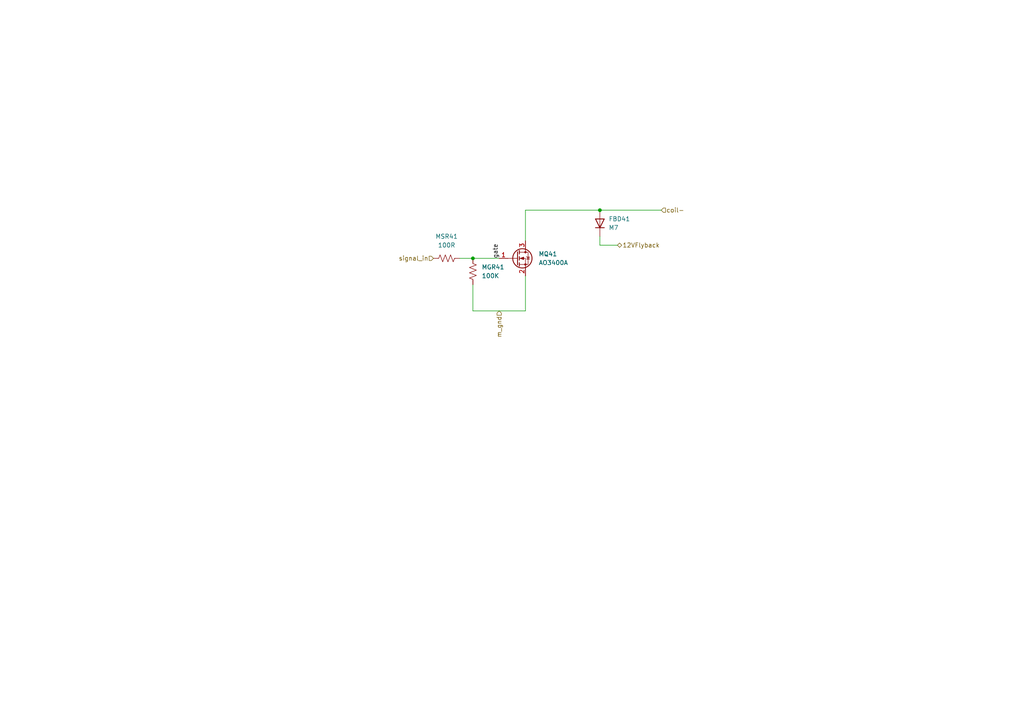
<source format=kicad_sch>
(kicad_sch
	(version 20250114)
	(generator "eeschema")
	(generator_version "9.0")
	(uuid "8cc7e36b-0949-4911-9d53-39c5305f8892")
	(paper "A4")
	(lib_symbols
		(symbol "Device:D"
			(pin_numbers
				(hide yes)
			)
			(pin_names
				(offset 1.016)
				(hide yes)
			)
			(exclude_from_sim no)
			(in_bom yes)
			(on_board yes)
			(property "Reference" "D"
				(at 0 2.54 0)
				(effects
					(font
						(size 1.27 1.27)
					)
				)
			)
			(property "Value" "D"
				(at 0 -2.54 0)
				(effects
					(font
						(size 1.27 1.27)
					)
				)
			)
			(property "Footprint" ""
				(at 0 0 0)
				(effects
					(font
						(size 1.27 1.27)
					)
					(hide yes)
				)
			)
			(property "Datasheet" "~"
				(at 0 0 0)
				(effects
					(font
						(size 1.27 1.27)
					)
					(hide yes)
				)
			)
			(property "Description" "Diode"
				(at 0 0 0)
				(effects
					(font
						(size 1.27 1.27)
					)
					(hide yes)
				)
			)
			(property "Sim.Device" "D"
				(at 0 0 0)
				(effects
					(font
						(size 1.27 1.27)
					)
					(hide yes)
				)
			)
			(property "Sim.Pins" "1=K 2=A"
				(at 0 0 0)
				(effects
					(font
						(size 1.27 1.27)
					)
					(hide yes)
				)
			)
			(property "ki_keywords" "diode"
				(at 0 0 0)
				(effects
					(font
						(size 1.27 1.27)
					)
					(hide yes)
				)
			)
			(property "ki_fp_filters" "TO-???* *_Diode_* *SingleDiode* D_*"
				(at 0 0 0)
				(effects
					(font
						(size 1.27 1.27)
					)
					(hide yes)
				)
			)
			(symbol "D_0_1"
				(polyline
					(pts
						(xy -1.27 1.27) (xy -1.27 -1.27)
					)
					(stroke
						(width 0.254)
						(type default)
					)
					(fill
						(type none)
					)
				)
				(polyline
					(pts
						(xy 1.27 1.27) (xy 1.27 -1.27) (xy -1.27 0) (xy 1.27 1.27)
					)
					(stroke
						(width 0.254)
						(type default)
					)
					(fill
						(type none)
					)
				)
				(polyline
					(pts
						(xy 1.27 0) (xy -1.27 0)
					)
					(stroke
						(width 0)
						(type default)
					)
					(fill
						(type none)
					)
				)
			)
			(symbol "D_1_1"
				(pin passive line
					(at -3.81 0 0)
					(length 2.54)
					(name "K"
						(effects
							(font
								(size 1.27 1.27)
							)
						)
					)
					(number "1"
						(effects
							(font
								(size 1.27 1.27)
							)
						)
					)
				)
				(pin passive line
					(at 3.81 0 180)
					(length 2.54)
					(name "A"
						(effects
							(font
								(size 1.27 1.27)
							)
						)
					)
					(number "2"
						(effects
							(font
								(size 1.27 1.27)
							)
						)
					)
				)
			)
			(embedded_fonts no)
		)
		(symbol "Device:R_US"
			(pin_numbers
				(hide yes)
			)
			(pin_names
				(offset 0)
			)
			(exclude_from_sim no)
			(in_bom yes)
			(on_board yes)
			(property "Reference" "R"
				(at 2.54 0 90)
				(effects
					(font
						(size 1.27 1.27)
					)
				)
			)
			(property "Value" "R_US"
				(at -2.54 0 90)
				(effects
					(font
						(size 1.27 1.27)
					)
				)
			)
			(property "Footprint" ""
				(at 1.016 -0.254 90)
				(effects
					(font
						(size 1.27 1.27)
					)
					(hide yes)
				)
			)
			(property "Datasheet" "~"
				(at 0 0 0)
				(effects
					(font
						(size 1.27 1.27)
					)
					(hide yes)
				)
			)
			(property "Description" "Resistor, US symbol"
				(at 0 0 0)
				(effects
					(font
						(size 1.27 1.27)
					)
					(hide yes)
				)
			)
			(property "ki_keywords" "R res resistor"
				(at 0 0 0)
				(effects
					(font
						(size 1.27 1.27)
					)
					(hide yes)
				)
			)
			(property "ki_fp_filters" "R_*"
				(at 0 0 0)
				(effects
					(font
						(size 1.27 1.27)
					)
					(hide yes)
				)
			)
			(symbol "R_US_0_1"
				(polyline
					(pts
						(xy 0 2.286) (xy 0 2.54)
					)
					(stroke
						(width 0)
						(type default)
					)
					(fill
						(type none)
					)
				)
				(polyline
					(pts
						(xy 0 2.286) (xy 1.016 1.905) (xy 0 1.524) (xy -1.016 1.143) (xy 0 0.762)
					)
					(stroke
						(width 0)
						(type default)
					)
					(fill
						(type none)
					)
				)
				(polyline
					(pts
						(xy 0 0.762) (xy 1.016 0.381) (xy 0 0) (xy -1.016 -0.381) (xy 0 -0.762)
					)
					(stroke
						(width 0)
						(type default)
					)
					(fill
						(type none)
					)
				)
				(polyline
					(pts
						(xy 0 -0.762) (xy 1.016 -1.143) (xy 0 -1.524) (xy -1.016 -1.905) (xy 0 -2.286)
					)
					(stroke
						(width 0)
						(type default)
					)
					(fill
						(type none)
					)
				)
				(polyline
					(pts
						(xy 0 -2.286) (xy 0 -2.54)
					)
					(stroke
						(width 0)
						(type default)
					)
					(fill
						(type none)
					)
				)
			)
			(symbol "R_US_1_1"
				(pin passive line
					(at 0 3.81 270)
					(length 1.27)
					(name "~"
						(effects
							(font
								(size 1.27 1.27)
							)
						)
					)
					(number "1"
						(effects
							(font
								(size 1.27 1.27)
							)
						)
					)
				)
				(pin passive line
					(at 0 -3.81 90)
					(length 1.27)
					(name "~"
						(effects
							(font
								(size 1.27 1.27)
							)
						)
					)
					(number "2"
						(effects
							(font
								(size 1.27 1.27)
							)
						)
					)
				)
			)
			(embedded_fonts no)
		)
		(symbol "Transistor_FET:AO3400A"
			(pin_names
				(hide yes)
			)
			(exclude_from_sim no)
			(in_bom yes)
			(on_board yes)
			(property "Reference" "Q"
				(at 5.08 1.905 0)
				(effects
					(font
						(size 1.27 1.27)
					)
					(justify left)
				)
			)
			(property "Value" "AO3400A"
				(at 5.08 0 0)
				(effects
					(font
						(size 1.27 1.27)
					)
					(justify left)
				)
			)
			(property "Footprint" "Package_TO_SOT_SMD:SOT-23"
				(at 5.08 -1.905 0)
				(effects
					(font
						(size 1.27 1.27)
						(italic yes)
					)
					(justify left)
					(hide yes)
				)
			)
			(property "Datasheet" "http://www.aosmd.com/pdfs/datasheet/AO3400A.pdf"
				(at 5.08 -3.81 0)
				(effects
					(font
						(size 1.27 1.27)
					)
					(justify left)
					(hide yes)
				)
			)
			(property "Description" "30V Vds, 5.7A Id, N-Channel MOSFET, SOT-23"
				(at 0 0 0)
				(effects
					(font
						(size 1.27 1.27)
					)
					(hide yes)
				)
			)
			(property "ki_keywords" "N-Channel MOSFET"
				(at 0 0 0)
				(effects
					(font
						(size 1.27 1.27)
					)
					(hide yes)
				)
			)
			(property "ki_fp_filters" "SOT?23*"
				(at 0 0 0)
				(effects
					(font
						(size 1.27 1.27)
					)
					(hide yes)
				)
			)
			(symbol "AO3400A_0_1"
				(polyline
					(pts
						(xy 0.254 1.905) (xy 0.254 -1.905)
					)
					(stroke
						(width 0.254)
						(type default)
					)
					(fill
						(type none)
					)
				)
				(polyline
					(pts
						(xy 0.254 0) (xy -2.54 0)
					)
					(stroke
						(width 0)
						(type default)
					)
					(fill
						(type none)
					)
				)
				(polyline
					(pts
						(xy 0.762 2.286) (xy 0.762 1.27)
					)
					(stroke
						(width 0.254)
						(type default)
					)
					(fill
						(type none)
					)
				)
				(polyline
					(pts
						(xy 0.762 0.508) (xy 0.762 -0.508)
					)
					(stroke
						(width 0.254)
						(type default)
					)
					(fill
						(type none)
					)
				)
				(polyline
					(pts
						(xy 0.762 -1.27) (xy 0.762 -2.286)
					)
					(stroke
						(width 0.254)
						(type default)
					)
					(fill
						(type none)
					)
				)
				(polyline
					(pts
						(xy 0.762 -1.778) (xy 3.302 -1.778) (xy 3.302 1.778) (xy 0.762 1.778)
					)
					(stroke
						(width 0)
						(type default)
					)
					(fill
						(type none)
					)
				)
				(polyline
					(pts
						(xy 1.016 0) (xy 2.032 0.381) (xy 2.032 -0.381) (xy 1.016 0)
					)
					(stroke
						(width 0)
						(type default)
					)
					(fill
						(type outline)
					)
				)
				(circle
					(center 1.651 0)
					(radius 2.794)
					(stroke
						(width 0.254)
						(type default)
					)
					(fill
						(type none)
					)
				)
				(polyline
					(pts
						(xy 2.54 2.54) (xy 2.54 1.778)
					)
					(stroke
						(width 0)
						(type default)
					)
					(fill
						(type none)
					)
				)
				(circle
					(center 2.54 1.778)
					(radius 0.254)
					(stroke
						(width 0)
						(type default)
					)
					(fill
						(type outline)
					)
				)
				(circle
					(center 2.54 -1.778)
					(radius 0.254)
					(stroke
						(width 0)
						(type default)
					)
					(fill
						(type outline)
					)
				)
				(polyline
					(pts
						(xy 2.54 -2.54) (xy 2.54 0) (xy 0.762 0)
					)
					(stroke
						(width 0)
						(type default)
					)
					(fill
						(type none)
					)
				)
				(polyline
					(pts
						(xy 2.794 0.508) (xy 2.921 0.381) (xy 3.683 0.381) (xy 3.81 0.254)
					)
					(stroke
						(width 0)
						(type default)
					)
					(fill
						(type none)
					)
				)
				(polyline
					(pts
						(xy 3.302 0.381) (xy 2.921 -0.254) (xy 3.683 -0.254) (xy 3.302 0.381)
					)
					(stroke
						(width 0)
						(type default)
					)
					(fill
						(type none)
					)
				)
			)
			(symbol "AO3400A_1_1"
				(pin input line
					(at -5.08 0 0)
					(length 2.54)
					(name "G"
						(effects
							(font
								(size 1.27 1.27)
							)
						)
					)
					(number "1"
						(effects
							(font
								(size 1.27 1.27)
							)
						)
					)
				)
				(pin passive line
					(at 2.54 5.08 270)
					(length 2.54)
					(name "D"
						(effects
							(font
								(size 1.27 1.27)
							)
						)
					)
					(number "3"
						(effects
							(font
								(size 1.27 1.27)
							)
						)
					)
				)
				(pin passive line
					(at 2.54 -5.08 90)
					(length 2.54)
					(name "S"
						(effects
							(font
								(size 1.27 1.27)
							)
						)
					)
					(number "2"
						(effects
							(font
								(size 1.27 1.27)
							)
						)
					)
				)
			)
			(embedded_fonts no)
		)
	)
	(junction
		(at 173.99 60.96)
		(diameter 0)
		(color 0 0 0 0)
		(uuid "1d01a8c7-8af6-443a-a364-b15e67ee784f")
	)
	(junction
		(at 137.16 74.93)
		(diameter 0)
		(color 0 0 0 0)
		(uuid "39d22070-d0c8-41ed-8421-c6d0f11c5eb2")
	)
	(wire
		(pts
			(xy 173.99 71.12) (xy 179.07 71.12)
		)
		(stroke
			(width 0)
			(type default)
		)
		(uuid "078a0c90-82d8-4065-8ed5-98e1a7b2356d")
	)
	(wire
		(pts
			(xy 152.4 60.96) (xy 173.99 60.96)
		)
		(stroke
			(width 0)
			(type default)
		)
		(uuid "2081934f-31bf-4f7a-ae15-875e4fae1daa")
	)
	(wire
		(pts
			(xy 133.35 74.93) (xy 137.16 74.93)
		)
		(stroke
			(width 0)
			(type default)
		)
		(uuid "2921c11f-7f46-4997-96ea-60ae0163a483")
	)
	(wire
		(pts
			(xy 152.4 80.01) (xy 152.4 90.17)
		)
		(stroke
			(width 0)
			(type default)
		)
		(uuid "363ea792-d7b8-40ca-aa1d-1269322ac92f")
	)
	(wire
		(pts
			(xy 173.99 60.96) (xy 191.77 60.96)
		)
		(stroke
			(width 0)
			(type default)
		)
		(uuid "44dba335-98c1-41d3-b158-c27028a23cd2")
	)
	(wire
		(pts
			(xy 152.4 69.85) (xy 152.4 60.96)
		)
		(stroke
			(width 0)
			(type default)
		)
		(uuid "5b23699d-337d-487e-84d8-f335be1ee7dc")
	)
	(wire
		(pts
			(xy 137.16 74.93) (xy 144.78 74.93)
		)
		(stroke
			(width 0)
			(type default)
		)
		(uuid "8bbfdeec-e472-4b97-8d77-61cef3d2eb5b")
	)
	(wire
		(pts
			(xy 137.16 90.17) (xy 152.4 90.17)
		)
		(stroke
			(width 0)
			(type default)
		)
		(uuid "af778189-ae7e-42a9-b6b0-d15cb1befd83")
	)
	(wire
		(pts
			(xy 173.99 68.58) (xy 173.99 71.12)
		)
		(stroke
			(width 0)
			(type default)
		)
		(uuid "ca4b3069-53ec-48fa-b66b-872610c98bae")
	)
	(wire
		(pts
			(xy 137.16 82.55) (xy 137.16 90.17)
		)
		(stroke
			(width 0)
			(type default)
		)
		(uuid "ee8667c7-ec96-4931-a664-9dc0e1299727")
	)
	(label "gate"
		(at 144.78 74.93 90)
		(effects
			(font
				(size 1.27 1.27)
			)
			(justify left bottom)
		)
		(uuid "d66a5260-cdfd-4e67-8aa4-f4e3d919aea8")
	)
	(hierarchical_label "signal_in"
		(shape input)
		(at 125.73 74.93 180)
		(effects
			(font
				(size 1.27 1.27)
			)
			(justify right)
		)
		(uuid "21772e0b-33be-4341-880a-28f9dae1884a")
	)
	(hierarchical_label "coil-"
		(shape input)
		(at 191.77 60.96 0)
		(effects
			(font
				(size 1.27 1.27)
			)
			(justify left)
		)
		(uuid "5bcaef4d-3603-4f98-ab6f-2801af8aecb4")
	)
	(hierarchical_label "12VFlyback"
		(shape bidirectional)
		(at 179.07 71.12 0)
		(effects
			(font
				(size 1.27 1.27)
			)
			(justify left)
		)
		(uuid "5d3e363a-37a7-400a-830d-fd07b3d5be5e")
	)
	(hierarchical_label "m_gnd"
		(shape input)
		(at 144.78 90.17 270)
		(effects
			(font
				(size 1.27 1.27)
			)
			(justify right)
		)
		(uuid "74f76629-c85c-47a7-b744-f66db93a4c0c")
	)
	(symbol
		(lib_id "Device:R_US")
		(at 137.16 78.74 0)
		(unit 1)
		(exclude_from_sim no)
		(in_bom yes)
		(on_board yes)
		(dnp no)
		(fields_autoplaced yes)
		(uuid "1e664b87-5d3e-4e9a-8218-e1cd8bb1b0c7")
		(property "Reference" "MGR2"
			(at 139.7 77.4699 0)
			(effects
				(font
					(size 1.27 1.27)
				)
				(justify left)
			)
		)
		(property "Value" "100K"
			(at 139.7 80.0099 0)
			(effects
				(font
					(size 1.27 1.27)
				)
				(justify left)
			)
		)
		(property "Footprint" "Resistor_SMD:R_0603_1608Metric"
			(at 138.176 78.994 90)
			(effects
				(font
					(size 1.27 1.27)
				)
				(hide yes)
			)
		)
		(property "Datasheet" "~"
			(at 137.16 78.74 0)
			(effects
				(font
					(size 1.27 1.27)
				)
				(hide yes)
			)
		)
		(property "Description" "Resistor, US symbol"
			(at 137.16 78.74 0)
			(effects
				(font
					(size 1.27 1.27)
				)
				(hide yes)
			)
		)
		(pin "2"
			(uuid "09fbe036-f959-4d1d-a1af-7f8ef8a0abd6")
		)
		(pin "1"
			(uuid "13586311-ffca-464e-b6d1-0827f6c1b0d9")
		)
		(instances
			(project "OrganUnifiedSoundboard"
				(path "/4a899aa1-9bb8-4bd0-98b8-a923f79fe9df/940cad80-7c04-4585-9e43-fbe4083e52d7/0d76a18f-27f1-44a4-9313-414acb063caa/776b75a0-9f0c-4b99-818d-27674a6ed012/303e3ae8-6954-49dc-984d-ccb4211e50da"
					(reference "MGR41")
					(unit 1)
				)
				(path "/4a899aa1-9bb8-4bd0-98b8-a923f79fe9df/940cad80-7c04-4585-9e43-fbe4083e52d7/0d76a18f-27f1-44a4-9313-414acb063caa/776b75a0-9f0c-4b99-818d-27674a6ed012/336bd503-3cf6-48aa-89f8-8ccf34e21eae"
					(reference "MGR43")
					(unit 1)
				)
				(path "/4a899aa1-9bb8-4bd0-98b8-a923f79fe9df/940cad80-7c04-4585-9e43-fbe4083e52d7/0d76a18f-27f1-44a4-9313-414acb063caa/776b75a0-9f0c-4b99-818d-27674a6ed012/39974adf-5d91-4376-b35b-0e374484cb17"
					(reference "MGR34")
					(unit 1)
				)
				(path "/4a899aa1-9bb8-4bd0-98b8-a923f79fe9df/940cad80-7c04-4585-9e43-fbe4083e52d7/0d76a18f-27f1-44a4-9313-414acb063caa/776b75a0-9f0c-4b99-818d-27674a6ed012/3b5b9c05-75ac-4cc3-86bd-4cf30adcc835"
					(reference "MGR48")
					(unit 1)
				)
				(path "/4a899aa1-9bb8-4bd0-98b8-a923f79fe9df/940cad80-7c04-4585-9e43-fbe4083e52d7/0d76a18f-27f1-44a4-9313-414acb063caa/776b75a0-9f0c-4b99-818d-27674a6ed012/4a3322d3-b924-41ac-9225-9ae110039062"
					(reference "MGR40")
					(unit 1)
				)
				(path "/4a899aa1-9bb8-4bd0-98b8-a923f79fe9df/940cad80-7c04-4585-9e43-fbe4083e52d7/0d76a18f-27f1-44a4-9313-414acb063caa/776b75a0-9f0c-4b99-818d-27674a6ed012/51919737-9406-43a7-b09b-9128a1fae1be"
					(reference "MGR38")
					(unit 1)
				)
				(path "/4a899aa1-9bb8-4bd0-98b8-a923f79fe9df/940cad80-7c04-4585-9e43-fbe4083e52d7/0d76a18f-27f1-44a4-9313-414acb063caa/776b75a0-9f0c-4b99-818d-27674a6ed012/51b62f5d-59ea-4bfc-8a6a-fa9a5cb582e7"
					(reference "MGR35")
					(unit 1)
				)
				(path "/4a899aa1-9bb8-4bd0-98b8-a923f79fe9df/940cad80-7c04-4585-9e43-fbe4083e52d7/0d76a18f-27f1-44a4-9313-414acb063caa/776b75a0-9f0c-4b99-818d-27674a6ed012/5a20268c-9417-41b2-b1ba-69a07587124b"
					(reference "MGR46")
					(unit 1)
				)
				(path "/4a899aa1-9bb8-4bd0-98b8-a923f79fe9df/940cad80-7c04-4585-9e43-fbe4083e52d7/0d76a18f-27f1-44a4-9313-414acb063caa/776b75a0-9f0c-4b99-818d-27674a6ed012/8d928203-afc9-4bb6-bef0-649cc94cb0d0"
					(reference "MGR42")
					(unit 1)
				)
				(path "/4a899aa1-9bb8-4bd0-98b8-a923f79fe9df/940cad80-7c04-4585-9e43-fbe4083e52d7/0d76a18f-27f1-44a4-9313-414acb063caa/776b75a0-9f0c-4b99-818d-27674a6ed012/9577413b-f6b2-42dc-be4d-a1e4050087f0"
					(reference "MGR33")
					(unit 1)
				)
				(path "/4a899aa1-9bb8-4bd0-98b8-a923f79fe9df/940cad80-7c04-4585-9e43-fbe4083e52d7/0d76a18f-27f1-44a4-9313-414acb063caa/776b75a0-9f0c-4b99-818d-27674a6ed012/9968f819-a9a8-4090-9262-6b3e515811dd"
					(reference "MGR47")
					(unit 1)
				)
				(path "/4a899aa1-9bb8-4bd0-98b8-a923f79fe9df/940cad80-7c04-4585-9e43-fbe4083e52d7/0d76a18f-27f1-44a4-9313-414acb063caa/776b75a0-9f0c-4b99-818d-27674a6ed012/9e401730-2cb5-4b84-8d45-2cd209252d1c"
					(reference "MGR37")
					(unit 1)
				)
				(path "/4a899aa1-9bb8-4bd0-98b8-a923f79fe9df/940cad80-7c04-4585-9e43-fbe4083e52d7/0d76a18f-27f1-44a4-9313-414acb063caa/776b75a0-9f0c-4b99-818d-27674a6ed012/cc76795f-50c0-491c-85f0-212c43944a27"
					(reference "MGR39")
					(unit 1)
				)
				(path "/4a899aa1-9bb8-4bd0-98b8-a923f79fe9df/940cad80-7c04-4585-9e43-fbe4083e52d7/0d76a18f-27f1-44a4-9313-414acb063caa/776b75a0-9f0c-4b99-818d-27674a6ed012/ce5f79d5-13b8-4ea5-ae10-16067f902117"
					(reference "MGR44")
					(unit 1)
				)
				(path "/4a899aa1-9bb8-4bd0-98b8-a923f79fe9df/940cad80-7c04-4585-9e43-fbe4083e52d7/0d76a18f-27f1-44a4-9313-414acb063caa/776b75a0-9f0c-4b99-818d-27674a6ed012/ddbfab5a-acdf-42dc-941b-5cf42b85ac04"
					(reference "MGR45")
					(unit 1)
				)
				(path "/4a899aa1-9bb8-4bd0-98b8-a923f79fe9df/940cad80-7c04-4585-9e43-fbe4083e52d7/0d76a18f-27f1-44a4-9313-414acb063caa/776b75a0-9f0c-4b99-818d-27674a6ed012/f90da6de-b23d-4e48-b6ad-4ac525d69028"
					(reference "MGR36")
					(unit 1)
				)
				(path "/4a899aa1-9bb8-4bd0-98b8-a923f79fe9df/940cad80-7c04-4585-9e43-fbe4083e52d7/23e30394-bdf6-4dc3-97a2-9c78a1100901/776b75a0-9f0c-4b99-818d-27674a6ed012/303e3ae8-6954-49dc-984d-ccb4211e50da"
					(reference "MGR73")
					(unit 1)
				)
				(path "/4a899aa1-9bb8-4bd0-98b8-a923f79fe9df/940cad80-7c04-4585-9e43-fbe4083e52d7/23e30394-bdf6-4dc3-97a2-9c78a1100901/776b75a0-9f0c-4b99-818d-27674a6ed012/336bd503-3cf6-48aa-89f8-8ccf34e21eae"
					(reference "MGR75")
					(unit 1)
				)
				(path "/4a899aa1-9bb8-4bd0-98b8-a923f79fe9df/940cad80-7c04-4585-9e43-fbe4083e52d7/23e30394-bdf6-4dc3-97a2-9c78a1100901/776b75a0-9f0c-4b99-818d-27674a6ed012/39974adf-5d91-4376-b35b-0e374484cb17"
					(reference "MGR66")
					(unit 1)
				)
				(path "/4a899aa1-9bb8-4bd0-98b8-a923f79fe9df/940cad80-7c04-4585-9e43-fbe4083e52d7/23e30394-bdf6-4dc3-97a2-9c78a1100901/776b75a0-9f0c-4b99-818d-27674a6ed012/3b5b9c05-75ac-4cc3-86bd-4cf30adcc835"
					(reference "MGR80")
					(unit 1)
				)
				(path "/4a899aa1-9bb8-4bd0-98b8-a923f79fe9df/940cad80-7c04-4585-9e43-fbe4083e52d7/23e30394-bdf6-4dc3-97a2-9c78a1100901/776b75a0-9f0c-4b99-818d-27674a6ed012/4a3322d3-b924-41ac-9225-9ae110039062"
					(reference "MGR72")
					(unit 1)
				)
				(path "/4a899aa1-9bb8-4bd0-98b8-a923f79fe9df/940cad80-7c04-4585-9e43-fbe4083e52d7/23e30394-bdf6-4dc3-97a2-9c78a1100901/776b75a0-9f0c-4b99-818d-27674a6ed012/51919737-9406-43a7-b09b-9128a1fae1be"
					(reference "MGR70")
					(unit 1)
				)
				(path "/4a899aa1-9bb8-4bd0-98b8-a923f79fe9df/940cad80-7c04-4585-9e43-fbe4083e52d7/23e30394-bdf6-4dc3-97a2-9c78a1100901/776b75a0-9f0c-4b99-818d-27674a6ed012/51b62f5d-59ea-4bfc-8a6a-fa9a5cb582e7"
					(reference "MGR67")
					(unit 1)
				)
				(path "/4a899aa1-9bb8-4bd0-98b8-a923f79fe9df/940cad80-7c04-4585-9e43-fbe4083e52d7/23e30394-bdf6-4dc3-97a2-9c78a1100901/776b75a0-9f0c-4b99-818d-27674a6ed012/5a20268c-9417-41b2-b1ba-69a07587124b"
					(reference "MGR78")
					(unit 1)
				)
				(path "/4a899aa1-9bb8-4bd0-98b8-a923f79fe9df/940cad80-7c04-4585-9e43-fbe4083e52d7/23e30394-bdf6-4dc3-97a2-9c78a1100901/776b75a0-9f0c-4b99-818d-27674a6ed012/8d928203-afc9-4bb6-bef0-649cc94cb0d0"
					(reference "MGR74")
					(unit 1)
				)
				(path "/4a899aa1-9bb8-4bd0-98b8-a923f79fe9df/940cad80-7c04-4585-9e43-fbe4083e52d7/23e30394-bdf6-4dc3-97a2-9c78a1100901/776b75a0-9f0c-4b99-818d-27674a6ed012/9577413b-f6b2-42dc-be4d-a1e4050087f0"
					(reference "MGR65")
					(unit 1)
				)
				(path "/4a899aa1-9bb8-4bd0-98b8-a923f79fe9df/940cad80-7c04-4585-9e43-fbe4083e52d7/23e30394-bdf6-4dc3-97a2-9c78a1100901/776b75a0-9f0c-4b99-818d-27674a6ed012/9968f819-a9a8-4090-9262-6b3e515811dd"
					(reference "MGR79")
					(unit 1)
				)
				(path "/4a899aa1-9bb8-4bd0-98b8-a923f79fe9df/940cad80-7c04-4585-9e43-fbe4083e52d7/23e30394-bdf6-4dc3-97a2-9c78a1100901/776b75a0-9f0c-4b99-818d-27674a6ed012/9e401730-2cb5-4b84-8d45-2cd209252d1c"
					(reference "MGR69")
					(unit 1)
				)
				(path "/4a899aa1-9bb8-4bd0-98b8-a923f79fe9df/940cad80-7c04-4585-9e43-fbe4083e52d7/23e30394-bdf6-4dc3-97a2-9c78a1100901/776b75a0-9f0c-4b99-818d-27674a6ed012/cc76795f-50c0-491c-85f0-212c43944a27"
					(reference "MGR71")
					(unit 1)
				)
				(path "/4a899aa1-9bb8-4bd0-98b8-a923f79fe9df/940cad80-7c04-4585-9e43-fbe4083e52d7/23e30394-bdf6-4dc3-97a2-9c78a1100901/776b75a0-9f0c-4b99-818d-27674a6ed012/ce5f79d5-13b8-4ea5-ae10-16067f902117"
					(reference "MGR76")
					(unit 1)
				)
				(path "/4a899aa1-9bb8-4bd0-98b8-a923f79fe9df/940cad80-7c04-4585-9e43-fbe4083e52d7/23e30394-bdf6-4dc3-97a2-9c78a1100901/776b75a0-9f0c-4b99-818d-27674a6ed012/ddbfab5a-acdf-42dc-941b-5cf42b85ac04"
					(reference "MGR77")
					(unit 1)
				)
				(path "/4a899aa1-9bb8-4bd0-98b8-a923f79fe9df/940cad80-7c04-4585-9e43-fbe4083e52d7/23e30394-bdf6-4dc3-97a2-9c78a1100901/776b75a0-9f0c-4b99-818d-27674a6ed012/f90da6de-b23d-4e48-b6ad-4ac525d69028"
					(reference "MGR68")
					(unit 1)
				)
				(path "/4a899aa1-9bb8-4bd0-98b8-a923f79fe9df/940cad80-7c04-4585-9e43-fbe4083e52d7/4c6039a4-6228-4cb9-9184-a4eca7c626a1/776b75a0-9f0c-4b99-818d-27674a6ed012/303e3ae8-6954-49dc-984d-ccb4211e50da"
					(reference "MGR1")
					(unit 1)
				)
				(path "/4a899aa1-9bb8-4bd0-98b8-a923f79fe9df/940cad80-7c04-4585-9e43-fbe4083e52d7/4c6039a4-6228-4cb9-9184-a4eca7c626a1/776b75a0-9f0c-4b99-818d-27674a6ed012/336bd503-3cf6-48aa-89f8-8ccf34e21eae"
					(reference "MGR14")
					(unit 1)
				)
				(path "/4a899aa1-9bb8-4bd0-98b8-a923f79fe9df/940cad80-7c04-4585-9e43-fbe4083e52d7/4c6039a4-6228-4cb9-9184-a4eca7c626a1/776b75a0-9f0c-4b99-818d-27674a6ed012/39974adf-5d91-4376-b35b-0e374484cb17"
					(reference "MGR3")
					(unit 1)
				)
				(path "/4a899aa1-9bb8-4bd0-98b8-a923f79fe9df/940cad80-7c04-4585-9e43-fbe4083e52d7/4c6039a4-6228-4cb9-9184-a4eca7c626a1/776b75a0-9f0c-4b99-818d-27674a6ed012/3b5b9c05-75ac-4cc3-86bd-4cf30adcc835"
					(reference "MGR9")
					(unit 1)
				)
				(path "/4a899aa1-9bb8-4bd0-98b8-a923f79fe9df/940cad80-7c04-4585-9e43-fbe4083e52d7/4c6039a4-6228-4cb9-9184-a4eca7c626a1/776b75a0-9f0c-4b99-818d-27674a6ed012/4a3322d3-b924-41ac-9225-9ae110039062"
					(reference "MGR13")
					(unit 1)
				)
				(path "/4a899aa1-9bb8-4bd0-98b8-a923f79fe9df/940cad80-7c04-4585-9e43-fbe4083e52d7/4c6039a4-6228-4cb9-9184-a4eca7c626a1/776b75a0-9f0c-4b99-818d-27674a6ed012/51919737-9406-43a7-b09b-9128a1fae1be"
					(reference "MGR10")
					(unit 1)
				)
				(path "/4a899aa1-9bb8-4bd0-98b8-a923f79fe9df/940cad80-7c04-4585-9e43-fbe4083e52d7/4c6039a4-6228-4cb9-9184-a4eca7c626a1/776b75a0-9f0c-4b99-818d-27674a6ed012/51b62f5d-59ea-4bfc-8a6a-fa9a5cb582e7"
					(reference "MGR5")
					(unit 1)
				)
				(path "/4a899aa1-9bb8-4bd0-98b8-a923f79fe9df/940cad80-7c04-4585-9e43-fbe4083e52d7/4c6039a4-6228-4cb9-9184-a4eca7c626a1/776b75a0-9f0c-4b99-818d-27674a6ed012/5a20268c-9417-41b2-b1ba-69a07587124b"
					(reference "MGR7")
					(unit 1)
				)
				(path "/4a899aa1-9bb8-4bd0-98b8-a923f79fe9df/940cad80-7c04-4585-9e43-fbe4083e52d7/4c6039a4-6228-4cb9-9184-a4eca7c626a1/776b75a0-9f0c-4b99-818d-27674a6ed012/8d928203-afc9-4bb6-bef0-649cc94cb0d0"
					(reference "MGR15")
					(unit 1)
				)
				(path "/4a899aa1-9bb8-4bd0-98b8-a923f79fe9df/940cad80-7c04-4585-9e43-fbe4083e52d7/4c6039a4-6228-4cb9-9184-a4eca7c626a1/776b75a0-9f0c-4b99-818d-27674a6ed012/9577413b-f6b2-42dc-be4d-a1e4050087f0"
					(reference "MGR2")
					(unit 1)
				)
				(path "/4a899aa1-9bb8-4bd0-98b8-a923f79fe9df/940cad80-7c04-4585-9e43-fbe4083e52d7/4c6039a4-6228-4cb9-9184-a4eca7c626a1/776b75a0-9f0c-4b99-818d-27674a6ed012/9968f819-a9a8-4090-9262-6b3e515811dd"
					(reference "MGR8")
					(unit 1)
				)
				(path "/4a899aa1-9bb8-4bd0-98b8-a923f79fe9df/940cad80-7c04-4585-9e43-fbe4083e52d7/4c6039a4-6228-4cb9-9184-a4eca7c626a1/776b75a0-9f0c-4b99-818d-27674a6ed012/9e401730-2cb5-4b84-8d45-2cd209252d1c"
					(reference "MGR11")
					(unit 1)
				)
				(path "/4a899aa1-9bb8-4bd0-98b8-a923f79fe9df/940cad80-7c04-4585-9e43-fbe4083e52d7/4c6039a4-6228-4cb9-9184-a4eca7c626a1/776b75a0-9f0c-4b99-818d-27674a6ed012/cc76795f-50c0-491c-85f0-212c43944a27"
					(reference "MGR12")
					(unit 1)
				)
				(path "/4a899aa1-9bb8-4bd0-98b8-a923f79fe9df/940cad80-7c04-4585-9e43-fbe4083e52d7/4c6039a4-6228-4cb9-9184-a4eca7c626a1/776b75a0-9f0c-4b99-818d-27674a6ed012/ce5f79d5-13b8-4ea5-ae10-16067f902117"
					(reference "MGR16")
					(unit 1)
				)
				(path "/4a899aa1-9bb8-4bd0-98b8-a923f79fe9df/940cad80-7c04-4585-9e43-fbe4083e52d7/4c6039a4-6228-4cb9-9184-a4eca7c626a1/776b75a0-9f0c-4b99-818d-27674a6ed012/ddbfab5a-acdf-42dc-941b-5cf42b85ac04"
					(reference "MGR6")
					(unit 1)
				)
				(path "/4a899aa1-9bb8-4bd0-98b8-a923f79fe9df/940cad80-7c04-4585-9e43-fbe4083e52d7/4c6039a4-6228-4cb9-9184-a4eca7c626a1/776b75a0-9f0c-4b99-818d-27674a6ed012/f90da6de-b23d-4e48-b6ad-4ac525d69028"
					(reference "MGR4")
					(unit 1)
				)
				(path "/4a899aa1-9bb8-4bd0-98b8-a923f79fe9df/940cad80-7c04-4585-9e43-fbe4083e52d7/53c872bd-8d74-47bb-ae30-2ff7bcb9311b/776b75a0-9f0c-4b99-818d-27674a6ed012/303e3ae8-6954-49dc-984d-ccb4211e50da"
					(reference "MGR57")
					(unit 1)
				)
				(path "/4a899aa1-9bb8-4bd0-98b8-a923f79fe9df/940cad80-7c04-4585-9e43-fbe4083e52d7/53c872bd-8d74-47bb-ae30-2ff7bcb9311b/776b75a0-9f0c-4b99-818d-27674a6ed012/336bd503-3cf6-48aa-89f8-8ccf34e21eae"
					(reference "MGR59")
					(unit 1)
				)
				(path "/4a899aa1-9bb8-4bd0-98b8-a923f79fe9df/940cad80-7c04-4585-9e43-fbe4083e52d7/53c872bd-8d74-47bb-ae30-2ff7bcb9311b/776b75a0-9f0c-4b99-818d-27674a6ed012/39974adf-5d91-4376-b35b-0e374484cb17"
					(reference "MGR50")
					(unit 1)
				)
				(path "/4a899aa1-9bb8-4bd0-98b8-a923f79fe9df/940cad80-7c04-4585-9e43-fbe4083e52d7/53c872bd-8d74-47bb-ae30-2ff7bcb9311b/776b75a0-9f0c-4b99-818d-27674a6ed012/3b5b9c05-75ac-4cc3-86bd-4cf30adcc835"
					(reference "MGR64")
					(unit 1)
				)
				(path "/4a899aa1-9bb8-4bd0-98b8-a923f79fe9df/940cad80-7c04-4585-9e43-fbe4083e52d7/53c872bd-8d74-47bb-ae30-2ff7bcb9311b/776b75a0-9f0c-4b99-818d-27674a6ed012/4a3322d3-b924-41ac-9225-9ae110039062"
					(reference "MGR56")
					(unit 1)
				)
				(path "/4a899aa1-9bb8-4bd0-98b8-a923f79fe9df/940cad80-7c04-4585-9e43-fbe4083e52d7/53c872bd-8d74-47bb-ae30-2ff7bcb9311b/776b75a0-9f0c-4b99-818d-27674a6ed012/51919737-9406-43a7-b09b-9128a1fae1be"
					(reference "MGR54")
					(unit 1)
				)
				(path "/4a899aa1-9bb8-4bd0-98b8-a923f79fe9df/940cad80-7c04-4585-9e43-fbe4083e52d7/53c872bd-8d74-47bb-ae30-2ff7bcb9311b/776b75a0-9f0c-4b99-818d-27674a6ed012/51b62f5d-59ea-4bfc-8a6a-fa9a5cb582e7"
					(reference "MGR51")
					(unit 1)
				)
				(path "/4a899aa1-9bb8-4bd0-98b8-a923f79fe9df/940cad80-7c04-4585-9e43-fbe4083e52d7/53c872bd-8d74-47bb-ae30-2ff7bcb9311b/776b75a0-9f0c-4b99-818d-27674a6ed012/5a20268c-9417-41b2-b1ba-69a07587124b"
					(reference "MGR62")
					(unit 1)
				)
				(path "/4a899aa1-9bb8-4bd0-98b8-a923f79fe9df/940cad80-7c04-4585-9e43-fbe4083e52d7/53c872bd-8d74-47bb-ae30-2ff7bcb9311b/776b75a0-9f0c-4b99-818d-27674a6ed012/8d928203-afc9-4bb6-bef0-649cc94cb0d0"
					(reference "MGR58")
					(unit 1)
				)
				(path "/4a899aa1-9bb8-4bd0-98b8-a923f79fe9df/940cad80-7c04-4585-9e43-fbe4083e52d7/53c872bd-8d74-47bb-ae30-2ff7bcb9311b/776b75a0-9f0c-4b99-818d-27674a6ed012/9577413b-f6b2-42dc-be4d-a1e4050087f0"
					(reference "MGR49")
					(unit 1)
				)
				(path "/4a899aa1-9bb8-4bd0-98b8-a923f79fe9df/940cad80-7c04-4585-9e43-fbe4083e52d7/53c872bd-8d74-47bb-ae30-2ff7bcb9311b/776b75a0-9f0c-4b99-818d-27674a6ed012/9968f819-a9a8-4090-9262-6b3e515811dd"
					(reference "MGR63")
					(unit 1)
				)
				(path "/4a899aa1-9bb8-4bd0-98b8-a923f79fe9df/940cad80-7c04-4585-9e43-fbe4083e52d7/53c872bd-8d74-47bb-ae30-2ff7bcb9311b/776b75a0-9f0c-4b99-818d-27674a6ed012/9e401730-2cb5-4b84-8d45-2cd209252d1c"
					(reference "MGR53")
					(unit 1)
				)
				(path "/4a899aa1-9bb8-4bd0-98b8-a923f79fe9df/940cad80-7c04-4585-9e43-fbe4083e52d7/53c872bd-8d74-47bb-ae30-2ff7bcb9311b/776b75a0-9f0c-4b99-818d-27674a6ed012/cc76795f-50c0-491c-85f0-212c43944a27"
					(reference "MGR55")
					(unit 1)
				)
				(path "/4a899aa1-9bb8-4bd0-98b8-a923f79fe9df/940cad80-7c04-4585-9e43-fbe4083e52d7/53c872bd-8d74-47bb-ae30-2ff7bcb9311b/776b75a0-9f0c-4b99-818d-27674a6ed012/ce5f79d5-13b8-4ea5-ae10-16067f902117"
					(reference "MGR60")
					(unit 1)
				)
				(path "/4a899aa1-9bb8-4bd0-98b8-a923f79fe9df/940cad80-7c04-4585-9e43-fbe4083e52d7/53c872bd-8d74-47bb-ae30-2ff7bcb9311b/776b75a0-9f0c-4b99-818d-27674a6ed012/ddbfab5a-acdf-42dc-941b-5cf42b85ac04"
					(reference "MGR61")
					(unit 1)
				)
				(path "/4a899aa1-9bb8-4bd0-98b8-a923f79fe9df/940cad80-7c04-4585-9e43-fbe4083e52d7/53c872bd-8d74-47bb-ae30-2ff7bcb9311b/776b75a0-9f0c-4b99-818d-27674a6ed012/f90da6de-b23d-4e48-b6ad-4ac525d69028"
					(reference "MGR52")
					(unit 1)
				)
				(path "/4a899aa1-9bb8-4bd0-98b8-a923f79fe9df/940cad80-7c04-4585-9e43-fbe4083e52d7/c9453c30-c78e-4d19-b964-d234c5a57625/776b75a0-9f0c-4b99-818d-27674a6ed012/303e3ae8-6954-49dc-984d-ccb4211e50da"
					(reference "MGR25")
					(unit 1)
				)
				(path "/4a899aa1-9bb8-4bd0-98b8-a923f79fe9df/940cad80-7c04-4585-9e43-fbe4083e52d7/c9453c30-c78e-4d19-b964-d234c5a57625/776b75a0-9f0c-4b99-818d-27674a6ed012/336bd503-3cf6-48aa-89f8-8ccf34e21eae"
					(reference "MGR27")
					(unit 1)
				)
				(path "/4a899aa1-9bb8-4bd0-98b8-a923f79fe9df/940cad80-7c04-4585-9e43-fbe4083e52d7/c9453c30-c78e-4d19-b964-d234c5a57625/776b75a0-9f0c-4b99-818d-27674a6ed012/39974adf-5d91-4376-b35b-0e374484cb17"
					(reference "MGR18")
					(unit 1)
				)
				(path "/4a899aa1-9bb8-4bd0-98b8-a923f79fe9df/940cad80-7c04-4585-9e43-fbe4083e52d7/c9453c30-c78e-4d19-b964-d234c5a57625/776b75a0-9f0c-4b99-818d-27674a6ed012/3b5b9c05-75ac-4cc3-86bd-4cf30adcc835"
					(reference "MGR32")
					(unit 1)
				)
				(path "/4a899aa1-9bb8-4bd0-98b8-a923f79fe9df/940cad80-7c04-4585-9e43-fbe4083e52d7/c9453c30-c78e-4d19-b964-d234c5a57625/776b75a0-9f0c-4b99-818d-27674a6ed012/4a3322d3-b924-41ac-9225-9ae110039062"
					(reference "MGR24")
					(unit 1)
				)
				(path "/4a899aa1-9bb8-4bd0-98b8-a923f79fe9df/940cad80-7c04-4585-9e43-fbe4083e52d7/c9453c30-c78e-4d19-b964-d234c5a57625/776b75a0-9f0c-4b99-818d-27674a6ed012/51919737-9406-43a7-b09b-9128a1fae1be"
					(reference "MGR22")
					(unit 1)
				)
				(path "/4a899aa1-9bb8-4bd0-98b8-a923f79fe9df/940cad80-7c04-4585-9e43-fbe4083e52d7/c9453c30-c78e-4d19-b964-d234c5a57625/776b75a0-9f0c-4b99-818d-27674a6ed012/51b62f5d-59ea-4bfc-8a6a-fa9a5cb582e7"
					(reference "MGR19")
					(unit 1)
				)
				(path "/4a899aa1-9bb8-4bd0-98b8-a923f79fe9df/940cad80-7c04-4585-9e43-fbe4083e52d7/c9453c30-c78e-4d19-b964-d234c5a57625/776b75a0-9f0c-4b99-818d-27674a6ed012/5a20268c-9417-41b2-b1ba-69a07587124b"
					(reference "MGR30")
					(unit 1)
				)
				(path "/4a899aa1-9bb8-4bd0-98b8-a923f79fe9df/940cad80-7c04-4585-9e43-fbe4083e52d7/c9453c30-c78e-4d19-b964-d234c5a57625/776b75a0-9f0c-4b99-818d-27674a6ed012/8d928203-afc9-4bb6-bef0-649cc94cb0d0"
					(reference "MGR26")
					(unit 1)
				)
				(path "/4a899aa1-9bb8-4bd0-98b8-a923f79fe9df/940cad80-7c04-4585-9e43-fbe4083e52d7/c9453c30-c78e-4d19-b964-d234c5a57625/776b75a0-9f0c-4b99-818d-27674a6ed012/9577413b-f6b2-42dc-be4d-a1e4050087f0"
					(reference "MGR17")
					(unit 1)
				)
				(path "/4a899aa1-9bb8-4bd0-98b8-a923f79fe9df/940cad80-7c04-4585-9e43-fbe4083e52d7/c9453c30-c78e-4d19-b964-d234c5a57625/776b75a0-9f0c-4b99-818d-27674a6ed012/9968f819-a9a8-4090-9262-6b3e515811dd"
					(reference "MGR31")
					(unit 1)
				)
				(path "/4a899aa1-9bb8-4bd0-98b8-a923f79fe9df/940cad80-7c04-4585-9e43-fbe4083e52d7/c9453c30-c78e-4d19-b964-d234c5a57625/776b75a0-9f0c-4b99-818d-27674a6ed012/9e401730-2cb5-4b84-8d45-2cd209252d1c"
					(reference "MGR21")
					(unit 1)
				)
				(path "/4a899aa1-9bb8-4bd0-98b8-a923f79fe9df/940cad80-7c04-4585-9e43-fbe4083e52d7/c9453c30-c78e-4d19-b964-d234c5a57625/776b75a0-9f0c-4b99-818d-27674a6ed012/cc76795f-50c0-491c-85f0-212c43944a27"
					(reference "MGR23")
					(unit 1)
				)
				(path "/4a899aa1-9bb8-4bd0-98b8-a923f79fe9df/940cad80-7c04-4585-9e43-fbe4083e52d7/c9453c30-c78e-4d19-b964-d234c5a57625/776b75a0-9f0c-4b99-818d-27674a6ed012/ce5f79d5-13b8-4ea5-ae10-16067f902117"
					(reference "MGR28")
					(unit 1)
				)
				(path "/4a899aa1-9bb8-4bd0-98b8-a923f79fe9df/940cad80-7c04-4585-9e43-fbe4083e52d7/c9453c30-c78e-4d19-b964-d234c5a57625/776b75a0-9f0c-4b99-818d-27674a6ed012/ddbfab5a-acdf-42dc-941b-5cf42b85ac04"
					(reference "MGR29")
					(unit 1)
				)
				(path "/4a899aa1-9bb8-4bd0-98b8-a923f79fe9df/940cad80-7c04-4585-9e43-fbe4083e52d7/c9453c30-c78e-4d19-b964-d234c5a57625/776b75a0-9f0c-4b99-818d-27674a6ed012/f90da6de-b23d-4e48-b6ad-4ac525d69028"
					(reference "MGR20")
					(unit 1)
				)
			)
		)
	)
	(symbol
		(lib_id "Device:R_US")
		(at 129.54 74.93 90)
		(unit 1)
		(exclude_from_sim no)
		(in_bom yes)
		(on_board yes)
		(dnp no)
		(fields_autoplaced yes)
		(uuid "49c6d188-dfb1-4e6f-a11d-7f33c2a7f28c")
		(property "Reference" "MSR2"
			(at 129.54 68.58 90)
			(effects
				(font
					(size 1.27 1.27)
				)
			)
		)
		(property "Value" "100R"
			(at 129.54 71.12 90)
			(effects
				(font
					(size 1.27 1.27)
				)
			)
		)
		(property "Footprint" "Resistor_SMD:R_0603_1608Metric"
			(at 129.794 73.914 90)
			(effects
				(font
					(size 1.27 1.27)
				)
				(hide yes)
			)
		)
		(property "Datasheet" "~"
			(at 129.54 74.93 0)
			(effects
				(font
					(size 1.27 1.27)
				)
				(hide yes)
			)
		)
		(property "Description" "Resistor, US symbol"
			(at 129.54 74.93 0)
			(effects
				(font
					(size 1.27 1.27)
				)
				(hide yes)
			)
		)
		(pin "2"
			(uuid "91eef434-7fac-47a1-976d-84de1cba9a91")
		)
		(pin "1"
			(uuid "541d2e54-31e1-4d0a-aef1-2405c792ac9b")
		)
		(instances
			(project "OrganUnifiedSoundboard"
				(path "/4a899aa1-9bb8-4bd0-98b8-a923f79fe9df/940cad80-7c04-4585-9e43-fbe4083e52d7/0d76a18f-27f1-44a4-9313-414acb063caa/776b75a0-9f0c-4b99-818d-27674a6ed012/303e3ae8-6954-49dc-984d-ccb4211e50da"
					(reference "MSR41")
					(unit 1)
				)
				(path "/4a899aa1-9bb8-4bd0-98b8-a923f79fe9df/940cad80-7c04-4585-9e43-fbe4083e52d7/0d76a18f-27f1-44a4-9313-414acb063caa/776b75a0-9f0c-4b99-818d-27674a6ed012/336bd503-3cf6-48aa-89f8-8ccf34e21eae"
					(reference "MSR43")
					(unit 1)
				)
				(path "/4a899aa1-9bb8-4bd0-98b8-a923f79fe9df/940cad80-7c04-4585-9e43-fbe4083e52d7/0d76a18f-27f1-44a4-9313-414acb063caa/776b75a0-9f0c-4b99-818d-27674a6ed012/39974adf-5d91-4376-b35b-0e374484cb17"
					(reference "MSR34")
					(unit 1)
				)
				(path "/4a899aa1-9bb8-4bd0-98b8-a923f79fe9df/940cad80-7c04-4585-9e43-fbe4083e52d7/0d76a18f-27f1-44a4-9313-414acb063caa/776b75a0-9f0c-4b99-818d-27674a6ed012/3b5b9c05-75ac-4cc3-86bd-4cf30adcc835"
					(reference "MSR48")
					(unit 1)
				)
				(path "/4a899aa1-9bb8-4bd0-98b8-a923f79fe9df/940cad80-7c04-4585-9e43-fbe4083e52d7/0d76a18f-27f1-44a4-9313-414acb063caa/776b75a0-9f0c-4b99-818d-27674a6ed012/4a3322d3-b924-41ac-9225-9ae110039062"
					(reference "MSR40")
					(unit 1)
				)
				(path "/4a899aa1-9bb8-4bd0-98b8-a923f79fe9df/940cad80-7c04-4585-9e43-fbe4083e52d7/0d76a18f-27f1-44a4-9313-414acb063caa/776b75a0-9f0c-4b99-818d-27674a6ed012/51919737-9406-43a7-b09b-9128a1fae1be"
					(reference "MSR38")
					(unit 1)
				)
				(path "/4a899aa1-9bb8-4bd0-98b8-a923f79fe9df/940cad80-7c04-4585-9e43-fbe4083e52d7/0d76a18f-27f1-44a4-9313-414acb063caa/776b75a0-9f0c-4b99-818d-27674a6ed012/51b62f5d-59ea-4bfc-8a6a-fa9a5cb582e7"
					(reference "MSR35")
					(unit 1)
				)
				(path "/4a899aa1-9bb8-4bd0-98b8-a923f79fe9df/940cad80-7c04-4585-9e43-fbe4083e52d7/0d76a18f-27f1-44a4-9313-414acb063caa/776b75a0-9f0c-4b99-818d-27674a6ed012/5a20268c-9417-41b2-b1ba-69a07587124b"
					(reference "MSR46")
					(unit 1)
				)
				(path "/4a899aa1-9bb8-4bd0-98b8-a923f79fe9df/940cad80-7c04-4585-9e43-fbe4083e52d7/0d76a18f-27f1-44a4-9313-414acb063caa/776b75a0-9f0c-4b99-818d-27674a6ed012/8d928203-afc9-4bb6-bef0-649cc94cb0d0"
					(reference "MSR42")
					(unit 1)
				)
				(path "/4a899aa1-9bb8-4bd0-98b8-a923f79fe9df/940cad80-7c04-4585-9e43-fbe4083e52d7/0d76a18f-27f1-44a4-9313-414acb063caa/776b75a0-9f0c-4b99-818d-27674a6ed012/9577413b-f6b2-42dc-be4d-a1e4050087f0"
					(reference "MSR33")
					(unit 1)
				)
				(path "/4a899aa1-9bb8-4bd0-98b8-a923f79fe9df/940cad80-7c04-4585-9e43-fbe4083e52d7/0d76a18f-27f1-44a4-9313-414acb063caa/776b75a0-9f0c-4b99-818d-27674a6ed012/9968f819-a9a8-4090-9262-6b3e515811dd"
					(reference "MSR47")
					(unit 1)
				)
				(path "/4a899aa1-9bb8-4bd0-98b8-a923f79fe9df/940cad80-7c04-4585-9e43-fbe4083e52d7/0d76a18f-27f1-44a4-9313-414acb063caa/776b75a0-9f0c-4b99-818d-27674a6ed012/9e401730-2cb5-4b84-8d45-2cd209252d1c"
					(reference "MSR37")
					(unit 1)
				)
				(path "/4a899aa1-9bb8-4bd0-98b8-a923f79fe9df/940cad80-7c04-4585-9e43-fbe4083e52d7/0d76a18f-27f1-44a4-9313-414acb063caa/776b75a0-9f0c-4b99-818d-27674a6ed012/cc76795f-50c0-491c-85f0-212c43944a27"
					(reference "MSR39")
					(unit 1)
				)
				(path "/4a899aa1-9bb8-4bd0-98b8-a923f79fe9df/940cad80-7c04-4585-9e43-fbe4083e52d7/0d76a18f-27f1-44a4-9313-414acb063caa/776b75a0-9f0c-4b99-818d-27674a6ed012/ce5f79d5-13b8-4ea5-ae10-16067f902117"
					(reference "MSR44")
					(unit 1)
				)
				(path "/4a899aa1-9bb8-4bd0-98b8-a923f79fe9df/940cad80-7c04-4585-9e43-fbe4083e52d7/0d76a18f-27f1-44a4-9313-414acb063caa/776b75a0-9f0c-4b99-818d-27674a6ed012/ddbfab5a-acdf-42dc-941b-5cf42b85ac04"
					(reference "MSR45")
					(unit 1)
				)
				(path "/4a899aa1-9bb8-4bd0-98b8-a923f79fe9df/940cad80-7c04-4585-9e43-fbe4083e52d7/0d76a18f-27f1-44a4-9313-414acb063caa/776b75a0-9f0c-4b99-818d-27674a6ed012/f90da6de-b23d-4e48-b6ad-4ac525d69028"
					(reference "MSR36")
					(unit 1)
				)
				(path "/4a899aa1-9bb8-4bd0-98b8-a923f79fe9df/940cad80-7c04-4585-9e43-fbe4083e52d7/23e30394-bdf6-4dc3-97a2-9c78a1100901/776b75a0-9f0c-4b99-818d-27674a6ed012/303e3ae8-6954-49dc-984d-ccb4211e50da"
					(reference "MSR73")
					(unit 1)
				)
				(path "/4a899aa1-9bb8-4bd0-98b8-a923f79fe9df/940cad80-7c04-4585-9e43-fbe4083e52d7/23e30394-bdf6-4dc3-97a2-9c78a1100901/776b75a0-9f0c-4b99-818d-27674a6ed012/336bd503-3cf6-48aa-89f8-8ccf34e21eae"
					(reference "MSR75")
					(unit 1)
				)
				(path "/4a899aa1-9bb8-4bd0-98b8-a923f79fe9df/940cad80-7c04-4585-9e43-fbe4083e52d7/23e30394-bdf6-4dc3-97a2-9c78a1100901/776b75a0-9f0c-4b99-818d-27674a6ed012/39974adf-5d91-4376-b35b-0e374484cb17"
					(reference "MSR66")
					(unit 1)
				)
				(path "/4a899aa1-9bb8-4bd0-98b8-a923f79fe9df/940cad80-7c04-4585-9e43-fbe4083e52d7/23e30394-bdf6-4dc3-97a2-9c78a1100901/776b75a0-9f0c-4b99-818d-27674a6ed012/3b5b9c05-75ac-4cc3-86bd-4cf30adcc835"
					(reference "MSR80")
					(unit 1)
				)
				(path "/4a899aa1-9bb8-4bd0-98b8-a923f79fe9df/940cad80-7c04-4585-9e43-fbe4083e52d7/23e30394-bdf6-4dc3-97a2-9c78a1100901/776b75a0-9f0c-4b99-818d-27674a6ed012/4a3322d3-b924-41ac-9225-9ae110039062"
					(reference "MSR72")
					(unit 1)
				)
				(path "/4a899aa1-9bb8-4bd0-98b8-a923f79fe9df/940cad80-7c04-4585-9e43-fbe4083e52d7/23e30394-bdf6-4dc3-97a2-9c78a1100901/776b75a0-9f0c-4b99-818d-27674a6ed012/51919737-9406-43a7-b09b-9128a1fae1be"
					(reference "MSR70")
					(unit 1)
				)
				(path "/4a899aa1-9bb8-4bd0-98b8-a923f79fe9df/940cad80-7c04-4585-9e43-fbe4083e52d7/23e30394-bdf6-4dc3-97a2-9c78a1100901/776b75a0-9f0c-4b99-818d-27674a6ed012/51b62f5d-59ea-4bfc-8a6a-fa9a5cb582e7"
					(reference "MSR67")
					(unit 1)
				)
				(path "/4a899aa1-9bb8-4bd0-98b8-a923f79fe9df/940cad80-7c04-4585-9e43-fbe4083e52d7/23e30394-bdf6-4dc3-97a2-9c78a1100901/776b75a0-9f0c-4b99-818d-27674a6ed012/5a20268c-9417-41b2-b1ba-69a07587124b"
					(reference "MSR78")
					(unit 1)
				)
				(path "/4a899aa1-9bb8-4bd0-98b8-a923f79fe9df/940cad80-7c04-4585-9e43-fbe4083e52d7/23e30394-bdf6-4dc3-97a2-9c78a1100901/776b75a0-9f0c-4b99-818d-27674a6ed012/8d928203-afc9-4bb6-bef0-649cc94cb0d0"
					(reference "MSR74")
					(unit 1)
				)
				(path "/4a899aa1-9bb8-4bd0-98b8-a923f79fe9df/940cad80-7c04-4585-9e43-fbe4083e52d7/23e30394-bdf6-4dc3-97a2-9c78a1100901/776b75a0-9f0c-4b99-818d-27674a6ed012/9577413b-f6b2-42dc-be4d-a1e4050087f0"
					(reference "MSR65")
					(unit 1)
				)
				(path "/4a899aa1-9bb8-4bd0-98b8-a923f79fe9df/940cad80-7c04-4585-9e43-fbe4083e52d7/23e30394-bdf6-4dc3-97a2-9c78a1100901/776b75a0-9f0c-4b99-818d-27674a6ed012/9968f819-a9a8-4090-9262-6b3e515811dd"
					(reference "MSR79")
					(unit 1)
				)
				(path "/4a899aa1-9bb8-4bd0-98b8-a923f79fe9df/940cad80-7c04-4585-9e43-fbe4083e52d7/23e30394-bdf6-4dc3-97a2-9c78a1100901/776b75a0-9f0c-4b99-818d-27674a6ed012/9e401730-2cb5-4b84-8d45-2cd209252d1c"
					(reference "MSR69")
					(unit 1)
				)
				(path "/4a899aa1-9bb8-4bd0-98b8-a923f79fe9df/940cad80-7c04-4585-9e43-fbe4083e52d7/23e30394-bdf6-4dc3-97a2-9c78a1100901/776b75a0-9f0c-4b99-818d-27674a6ed012/cc76795f-50c0-491c-85f0-212c43944a27"
					(reference "MSR71")
					(unit 1)
				)
				(path "/4a899aa1-9bb8-4bd0-98b8-a923f79fe9df/940cad80-7c04-4585-9e43-fbe4083e52d7/23e30394-bdf6-4dc3-97a2-9c78a1100901/776b75a0-9f0c-4b99-818d-27674a6ed012/ce5f79d5-13b8-4ea5-ae10-16067f902117"
					(reference "MSR76")
					(unit 1)
				)
				(path "/4a899aa1-9bb8-4bd0-98b8-a923f79fe9df/940cad80-7c04-4585-9e43-fbe4083e52d7/23e30394-bdf6-4dc3-97a2-9c78a1100901/776b75a0-9f0c-4b99-818d-27674a6ed012/ddbfab5a-acdf-42dc-941b-5cf42b85ac04"
					(reference "MSR77")
					(unit 1)
				)
				(path "/4a899aa1-9bb8-4bd0-98b8-a923f79fe9df/940cad80-7c04-4585-9e43-fbe4083e52d7/23e30394-bdf6-4dc3-97a2-9c78a1100901/776b75a0-9f0c-4b99-818d-27674a6ed012/f90da6de-b23d-4e48-b6ad-4ac525d69028"
					(reference "MSR68")
					(unit 1)
				)
				(path "/4a899aa1-9bb8-4bd0-98b8-a923f79fe9df/940cad80-7c04-4585-9e43-fbe4083e52d7/4c6039a4-6228-4cb9-9184-a4eca7c626a1/776b75a0-9f0c-4b99-818d-27674a6ed012/303e3ae8-6954-49dc-984d-ccb4211e50da"
					(reference "MSR1")
					(unit 1)
				)
				(path "/4a899aa1-9bb8-4bd0-98b8-a923f79fe9df/940cad80-7c04-4585-9e43-fbe4083e52d7/4c6039a4-6228-4cb9-9184-a4eca7c626a1/776b75a0-9f0c-4b99-818d-27674a6ed012/336bd503-3cf6-48aa-89f8-8ccf34e21eae"
					(reference "MSR14")
					(unit 1)
				)
				(path "/4a899aa1-9bb8-4bd0-98b8-a923f79fe9df/940cad80-7c04-4585-9e43-fbe4083e52d7/4c6039a4-6228-4cb9-9184-a4eca7c626a1/776b75a0-9f0c-4b99-818d-27674a6ed012/39974adf-5d91-4376-b35b-0e374484cb17"
					(reference "MSR3")
					(unit 1)
				)
				(path "/4a899aa1-9bb8-4bd0-98b8-a923f79fe9df/940cad80-7c04-4585-9e43-fbe4083e52d7/4c6039a4-6228-4cb9-9184-a4eca7c626a1/776b75a0-9f0c-4b99-818d-27674a6ed012/3b5b9c05-75ac-4cc3-86bd-4cf30adcc835"
					(reference "MSR9")
					(unit 1)
				)
				(path "/4a899aa1-9bb8-4bd0-98b8-a923f79fe9df/940cad80-7c04-4585-9e43-fbe4083e52d7/4c6039a4-6228-4cb9-9184-a4eca7c626a1/776b75a0-9f0c-4b99-818d-27674a6ed012/4a3322d3-b924-41ac-9225-9ae110039062"
					(reference "MSR13")
					(unit 1)
				)
				(path "/4a899aa1-9bb8-4bd0-98b8-a923f79fe9df/940cad80-7c04-4585-9e43-fbe4083e52d7/4c6039a4-6228-4cb9-9184-a4eca7c626a1/776b75a0-9f0c-4b99-818d-27674a6ed012/51919737-9406-43a7-b09b-9128a1fae1be"
					(reference "MSR10")
					(unit 1)
				)
				(path "/4a899aa1-9bb8-4bd0-98b8-a923f79fe9df/940cad80-7c04-4585-9e43-fbe4083e52d7/4c6039a4-6228-4cb9-9184-a4eca7c626a1/776b75a0-9f0c-4b99-818d-27674a6ed012/51b62f5d-59ea-4bfc-8a6a-fa9a5cb582e7"
					(reference "MSR5")
					(unit 1)
				)
				(path "/4a899aa1-9bb8-4bd0-98b8-a923f79fe9df/940cad80-7c04-4585-9e43-fbe4083e52d7/4c6039a4-6228-4cb9-9184-a4eca7c626a1/776b75a0-9f0c-4b99-818d-27674a6ed012/5a20268c-9417-41b2-b1ba-69a07587124b"
					(reference "MSR7")
					(unit 1)
				)
				(path "/4a899aa1-9bb8-4bd0-98b8-a923f79fe9df/940cad80-7c04-4585-9e43-fbe4083e52d7/4c6039a4-6228-4cb9-9184-a4eca7c626a1/776b75a0-9f0c-4b99-818d-27674a6ed012/8d928203-afc9-4bb6-bef0-649cc94cb0d0"
					(reference "MSR15")
					(unit 1)
				)
				(path "/4a899aa1-9bb8-4bd0-98b8-a923f79fe9df/940cad80-7c04-4585-9e43-fbe4083e52d7/4c6039a4-6228-4cb9-9184-a4eca7c626a1/776b75a0-9f0c-4b99-818d-27674a6ed012/9577413b-f6b2-42dc-be4d-a1e4050087f0"
					(reference "MSR2")
					(unit 1)
				)
				(path "/4a899aa1-9bb8-4bd0-98b8-a923f79fe9df/940cad80-7c04-4585-9e43-fbe4083e52d7/4c6039a4-6228-4cb9-9184-a4eca7c626a1/776b75a0-9f0c-4b99-818d-27674a6ed012/9968f819-a9a8-4090-9262-6b3e515811dd"
					(reference "MSR8")
					(unit 1)
				)
				(path "/4a899aa1-9bb8-4bd0-98b8-a923f79fe9df/940cad80-7c04-4585-9e43-fbe4083e52d7/4c6039a4-6228-4cb9-9184-a4eca7c626a1/776b75a0-9f0c-4b99-818d-27674a6ed012/9e401730-2cb5-4b84-8d45-2cd209252d1c"
					(reference "MSR11")
					(unit 1)
				)
				(path "/4a899aa1-9bb8-4bd0-98b8-a923f79fe9df/940cad80-7c04-4585-9e43-fbe4083e52d7/4c6039a4-6228-4cb9-9184-a4eca7c626a1/776b75a0-9f0c-4b99-818d-27674a6ed012/cc76795f-50c0-491c-85f0-212c43944a27"
					(reference "MSR12")
					(unit 1)
				)
				(path "/4a899aa1-9bb8-4bd0-98b8-a923f79fe9df/940cad80-7c04-4585-9e43-fbe4083e52d7/4c6039a4-6228-4cb9-9184-a4eca7c626a1/776b75a0-9f0c-4b99-818d-27674a6ed012/ce5f79d5-13b8-4ea5-ae10-16067f902117"
					(reference "MSR16")
					(unit 1)
				)
				(path "/4a899aa1-9bb8-4bd0-98b8-a923f79fe9df/940cad80-7c04-4585-9e43-fbe4083e52d7/4c6039a4-6228-4cb9-9184-a4eca7c626a1/776b75a0-9f0c-4b99-818d-27674a6ed012/ddbfab5a-acdf-42dc-941b-5cf42b85ac04"
					(reference "MSR6")
					(unit 1)
				)
				(path "/4a899aa1-9bb8-4bd0-98b8-a923f79fe9df/940cad80-7c04-4585-9e43-fbe4083e52d7/4c6039a4-6228-4cb9-9184-a4eca7c626a1/776b75a0-9f0c-4b99-818d-27674a6ed012/f90da6de-b23d-4e48-b6ad-4ac525d69028"
					(reference "MSR4")
					(unit 1)
				)
				(path "/4a899aa1-9bb8-4bd0-98b8-a923f79fe9df/940cad80-7c04-4585-9e43-fbe4083e52d7/53c872bd-8d74-47bb-ae30-2ff7bcb9311b/776b75a0-9f0c-4b99-818d-27674a6ed012/303e3ae8-6954-49dc-984d-ccb4211e50da"
					(reference "MSR57")
					(unit 1)
				)
				(path "/4a899aa1-9bb8-4bd0-98b8-a923f79fe9df/940cad80-7c04-4585-9e43-fbe4083e52d7/53c872bd-8d74-47bb-ae30-2ff7bcb9311b/776b75a0-9f0c-4b99-818d-27674a6ed012/336bd503-3cf6-48aa-89f8-8ccf34e21eae"
					(reference "MSR59")
					(unit 1)
				)
				(path "/4a899aa1-9bb8-4bd0-98b8-a923f79fe9df/940cad80-7c04-4585-9e43-fbe4083e52d7/53c872bd-8d74-47bb-ae30-2ff7bcb9311b/776b75a0-9f0c-4b99-818d-27674a6ed012/39974adf-5d91-4376-b35b-0e374484cb17"
					(reference "MSR50")
					(unit 1)
				)
				(path "/4a899aa1-9bb8-4bd0-98b8-a923f79fe9df/940cad80-7c04-4585-9e43-fbe4083e52d7/53c872bd-8d74-47bb-ae30-2ff7bcb9311b/776b75a0-9f0c-4b99-818d-27674a6ed012/3b5b9c05-75ac-4cc3-86bd-4cf30adcc835"
					(reference "MSR64")
					(unit 1)
				)
				(path "/4a899aa1-9bb8-4bd0-98b8-a923f79fe9df/940cad80-7c04-4585-9e43-fbe4083e52d7/53c872bd-8d74-47bb-ae30-2ff7bcb9311b/776b75a0-9f0c-4b99-818d-27674a6ed012/4a3322d3-b924-41ac-9225-9ae110039062"
					(reference "MSR56")
					(unit 1)
				)
				(path "/4a899aa1-9bb8-4bd0-98b8-a923f79fe9df/940cad80-7c04-4585-9e43-fbe4083e52d7/53c872bd-8d74-47bb-ae30-2ff7bcb9311b/776b75a0-9f0c-4b99-818d-27674a6ed012/51919737-9406-43a7-b09b-9128a1fae1be"
					(reference "MSR54")
					(unit 1)
				)
				(path "/4a899aa1-9bb8-4bd0-98b8-a923f79fe9df/940cad80-7c04-4585-9e43-fbe4083e52d7/53c872bd-8d74-47bb-ae30-2ff7bcb9311b/776b75a0-9f0c-4b99-818d-27674a6ed012/51b62f5d-59ea-4bfc-8a6a-fa9a5cb582e7"
					(reference "MSR51")
					(unit 1)
				)
				(path "/4a899aa1-9bb8-4bd0-98b8-a923f79fe9df/940cad80-7c04-4585-9e43-fbe4083e52d7/53c872bd-8d74-47bb-ae30-2ff7bcb9311b/776b75a0-9f0c-4b99-818d-27674a6ed012/5a20268c-9417-41b2-b1ba-69a07587124b"
					(reference "MSR62")
					(unit 1)
				)
				(path "/4a899aa1-9bb8-4bd0-98b8-a923f79fe9df/940cad80-7c04-4585-9e43-fbe4083e52d7/53c872bd-8d74-47bb-ae30-2ff7bcb9311b/776b75a0-9f0c-4b99-818d-27674a6ed012/8d928203-afc9-4bb6-bef0-649cc94cb0d0"
					(reference "MSR58")
					(unit 1)
				)
				(path "/4a899aa1-9bb8-4bd0-98b8-a923f79fe9df/940cad80-7c04-4585-9e43-fbe4083e52d7/53c872bd-8d74-47bb-ae30-2ff7bcb9311b/776b75a0-9f0c-4b99-818d-27674a6ed012/9577413b-f6b2-42dc-be4d-a1e4050087f0"
					(reference "MSR49")
					(unit 1)
				)
				(path "/4a899aa1-9bb8-4bd0-98b8-a923f79fe9df/940cad80-7c04-4585-9e43-fbe4083e52d7/53c872bd-8d74-47bb-ae30-2ff7bcb9311b/776b75a0-9f0c-4b99-818d-27674a6ed012/9968f819-a9a8-4090-9262-6b3e515811dd"
					(reference "MSR63")
					(unit 1)
				)
				(path "/4a899aa1-9bb8-4bd0-98b8-a923f79fe9df/940cad80-7c04-4585-9e43-fbe4083e52d7/53c872bd-8d74-47bb-ae30-2ff7bcb9311b/776b75a0-9f0c-4b99-818d-27674a6ed012/9e401730-2cb5-4b84-8d45-2cd209252d1c"
					(reference "MSR53")
					(unit 1)
				)
				(path "/4a899aa1-9bb8-4bd0-98b8-a923f79fe9df/940cad80-7c04-4585-9e43-fbe4083e52d7/53c872bd-8d74-47bb-ae30-2ff7bcb9311b/776b75a0-9f0c-4b99-818d-27674a6ed012/cc76795f-50c0-491c-85f0-212c43944a27"
					(reference "MSR55")
					(unit 1)
				)
				(path "/4a899aa1-9bb8-4bd0-98b8-a923f79fe9df/940cad80-7c04-4585-9e43-fbe4083e52d7/53c872bd-8d74-47bb-ae30-2ff7bcb9311b/776b75a0-9f0c-4b99-818d-27674a6ed012/ce5f79d5-13b8-4ea5-ae10-16067f902117"
					(reference "MSR60")
					(unit 1)
				)
				(path "/4a899aa1-9bb8-4bd0-98b8-a923f79fe9df/940cad80-7c04-4585-9e43-fbe4083e52d7/53c872bd-8d74-47bb-ae30-2ff7bcb9311b/776b75a0-9f0c-4b99-818d-27674a6ed012/ddbfab5a-acdf-42dc-941b-5cf42b85ac04"
					(reference "MSR61")
					(unit 1)
				)
				(path "/4a899aa1-9bb8-4bd0-98b8-a923f79fe9df/940cad80-7c04-4585-9e43-fbe4083e52d7/53c872bd-8d74-47bb-ae30-2ff7bcb9311b/776b75a0-9f0c-4b99-818d-27674a6ed012/f90da6de-b23d-4e48-b6ad-4ac525d69028"
					(reference "MSR52")
					(unit 1)
				)
				(path "/4a899aa1-9bb8-4bd0-98b8-a923f79fe9df/940cad80-7c04-4585-9e43-fbe4083e52d7/c9453c30-c78e-4d19-b964-d234c5a57625/776b75a0-9f0c-4b99-818d-27674a6ed012/303e3ae8-6954-49dc-984d-ccb4211e50da"
					(reference "MSR25")
					(unit 1)
				)
				(path "/4a899aa1-9bb8-4bd0-98b8-a923f79fe9df/940cad80-7c04-4585-9e43-fbe4083e52d7/c9453c30-c78e-4d19-b964-d234c5a57625/776b75a0-9f0c-4b99-818d-27674a6ed012/336bd503-3cf6-48aa-89f8-8ccf34e21eae"
					(reference "MSR27")
					(unit 1)
				)
				(path "/4a899aa1-9bb8-4bd0-98b8-a923f79fe9df/940cad80-7c04-4585-9e43-fbe4083e52d7/c9453c30-c78e-4d19-b964-d234c5a57625/776b75a0-9f0c-4b99-818d-27674a6ed012/39974adf-5d91-4376-b35b-0e374484cb17"
					(reference "MSR18")
					(unit 1)
				)
				(path "/4a899aa1-9bb8-4bd0-98b8-a923f79fe9df/940cad80-7c04-4585-9e43-fbe4083e52d7/c9453c30-c78e-4d19-b964-d234c5a57625/776b75a0-9f0c-4b99-818d-27674a6ed012/3b5b9c05-75ac-4cc3-86bd-4cf30adcc835"
					(reference "MSR32")
					(unit 1)
				)
				(path "/4a899aa1-9bb8-4bd0-98b8-a923f79fe9df/940cad80-7c04-4585-9e43-fbe4083e52d7/c9453c30-c78e-4d19-b964-d234c5a57625/776b75a0-9f0c-4b99-818d-27674a6ed012/4a3322d3-b924-41ac-9225-9ae110039062"
					(reference "MSR24")
					(unit 1)
				)
				(path "/4a899aa1-9bb8-4bd0-98b8-a923f79fe9df/940cad80-7c04-4585-9e43-fbe4083e52d7/c9453c30-c78e-4d19-b964-d234c5a57625/776b75a0-9f0c-4b99-818d-27674a6ed012/51919737-9406-43a7-b09b-9128a1fae1be"
					(reference "MSR22")
					(unit 1)
				)
				(path "/4a899aa1-9bb8-4bd0-98b8-a923f79fe9df/940cad80-7c04-4585-9e43-fbe4083e52d7/c9453c30-c78e-4d19-b964-d234c5a57625/776b75a0-9f0c-4b99-818d-27674a6ed012/51b62f5d-59ea-4bfc-8a6a-fa9a5cb582e7"
					(reference "MSR19")
					(unit 1)
				)
				(path "/4a899aa1-9bb8-4bd0-98b8-a923f79fe9df/940cad80-7c04-4585-9e43-fbe4083e52d7/c9453c30-c78e-4d19-b964-d234c5a57625/776b75a0-9f0c-4b99-818d-27674a6ed012/5a20268c-9417-41b2-b1ba-69a07587124b"
					(reference "MSR30")
					(unit 1)
				)
				(path "/4a899aa1-9bb8-4bd0-98b8-a923f79fe9df/940cad80-7c04-4585-9e43-fbe4083e52d7/c9453c30-c78e-4d19-b964-d234c5a57625/776b75a0-9f0c-4b99-818d-27674a6ed012/8d928203-afc9-4bb6-bef0-649cc94cb0d0"
					(reference "MSR26")
					(unit 1)
				)
				(path "/4a899aa1-9bb8-4bd0-98b8-a923f79fe9df/940cad80-7c04-4585-9e43-fbe4083e52d7/c9453c30-c78e-4d19-b964-d234c5a57625/776b75a0-9f0c-4b99-818d-27674a6ed012/9577413b-f6b2-42dc-be4d-a1e4050087f0"
					(reference "MSR17")
					(unit 1)
				)
				(path "/4a899aa1-9bb8-4bd0-98b8-a923f79fe9df/940cad80-7c04-4585-9e43-fbe4083e52d7/c9453c30-c78e-4d19-b964-d234c5a57625/776b75a0-9f0c-4b99-818d-27674a6ed012/9968f819-a9a8-4090-9262-6b3e515811dd"
					(reference "MSR31")
					(unit 1)
				)
				(path "/4a899aa1-9bb8-4bd0-98b8-a923f79fe9df/940cad80-7c04-4585-9e43-fbe4083e52d7/c9453c30-c78e-4d19-b964-d234c5a57625/776b75a0-9f0c-4b99-818d-27674a6ed012/9e401730-2cb5-4b84-8d45-2cd209252d1c"
					(reference "MSR21")
					(unit 1)
				)
				(path "/4a899aa1-9bb8-4bd0-98b8-a923f79fe9df/940cad80-7c04-4585-9e43-fbe4083e52d7/c9453c30-c78e-4d19-b964-d234c5a57625/776b75a0-9f0c-4b99-818d-27674a6ed012/cc76795f-50c0-491c-85f0-212c43944a27"
					(reference "MSR23")
					(unit 1)
				)
				(path "/4a899aa1-9bb8-4bd0-98b8-a923f79fe9df/940cad80-7c04-4585-9e43-fbe4083e52d7/c9453c30-c78e-4d19-b964-d234c5a57625/776b75a0-9f0c-4b99-818d-27674a6ed012/ce5f79d5-13b8-4ea5-ae10-16067f902117"
					(reference "MSR28")
					(unit 1)
				)
				(path "/4a899aa1-9bb8-4bd0-98b8-a923f79fe9df/940cad80-7c04-4585-9e43-fbe4083e52d7/c9453c30-c78e-4d19-b964-d234c5a57625/776b75a0-9f0c-4b99-818d-27674a6ed012/ddbfab5a-acdf-42dc-941b-5cf42b85ac04"
					(reference "MSR29")
					(unit 1)
				)
				(path "/4a899aa1-9bb8-4bd0-98b8-a923f79fe9df/940cad80-7c04-4585-9e43-fbe4083e52d7/c9453c30-c78e-4d19-b964-d234c5a57625/776b75a0-9f0c-4b99-818d-27674a6ed012/f90da6de-b23d-4e48-b6ad-4ac525d69028"
					(reference "MSR20")
					(unit 1)
				)
			)
		)
	)
	(symbol
		(lib_id "Device:D")
		(at 173.99 64.77 90)
		(unit 1)
		(exclude_from_sim no)
		(in_bom yes)
		(on_board yes)
		(dnp no)
		(fields_autoplaced yes)
		(uuid "9f8d47bb-b7f4-4515-9211-486c5a641fa8")
		(property "Reference" "FBD2"
			(at 176.53 63.4999 90)
			(effects
				(font
					(size 1.27 1.27)
				)
				(justify right)
			)
		)
		(property "Value" "M7"
			(at 176.53 66.0399 90)
			(effects
				(font
					(size 1.27 1.27)
				)
				(justify right)
			)
		)
		(property "Footprint" "Diode_SMD:D_SMA"
			(at 173.99 64.77 0)
			(effects
				(font
					(size 1.27 1.27)
				)
				(hide yes)
			)
		)
		(property "Datasheet" "~"
			(at 173.99 64.77 0)
			(effects
				(font
					(size 1.27 1.27)
				)
				(hide yes)
			)
		)
		(property "Description" "Diode"
			(at 173.99 64.77 0)
			(effects
				(font
					(size 1.27 1.27)
				)
				(hide yes)
			)
		)
		(property "Sim.Device" "D"
			(at 173.99 64.77 0)
			(effects
				(font
					(size 1.27 1.27)
				)
				(hide yes)
			)
		)
		(property "Sim.Pins" "1=K 2=A"
			(at 173.99 64.77 0)
			(effects
				(font
					(size 1.27 1.27)
				)
				(hide yes)
			)
		)
		(pin "1"
			(uuid "0db039e5-2bb7-4f17-a4c2-fe8a832be191")
		)
		(pin "2"
			(uuid "eeea5e14-795d-4086-92a4-6396ac9fe11f")
		)
		(instances
			(project "OrganUnifiedSoundboard"
				(path "/4a899aa1-9bb8-4bd0-98b8-a923f79fe9df/940cad80-7c04-4585-9e43-fbe4083e52d7/0d76a18f-27f1-44a4-9313-414acb063caa/776b75a0-9f0c-4b99-818d-27674a6ed012/303e3ae8-6954-49dc-984d-ccb4211e50da"
					(reference "FBD41")
					(unit 1)
				)
				(path "/4a899aa1-9bb8-4bd0-98b8-a923f79fe9df/940cad80-7c04-4585-9e43-fbe4083e52d7/0d76a18f-27f1-44a4-9313-414acb063caa/776b75a0-9f0c-4b99-818d-27674a6ed012/336bd503-3cf6-48aa-89f8-8ccf34e21eae"
					(reference "FBD43")
					(unit 1)
				)
				(path "/4a899aa1-9bb8-4bd0-98b8-a923f79fe9df/940cad80-7c04-4585-9e43-fbe4083e52d7/0d76a18f-27f1-44a4-9313-414acb063caa/776b75a0-9f0c-4b99-818d-27674a6ed012/39974adf-5d91-4376-b35b-0e374484cb17"
					(reference "FBD34")
					(unit 1)
				)
				(path "/4a899aa1-9bb8-4bd0-98b8-a923f79fe9df/940cad80-7c04-4585-9e43-fbe4083e52d7/0d76a18f-27f1-44a4-9313-414acb063caa/776b75a0-9f0c-4b99-818d-27674a6ed012/3b5b9c05-75ac-4cc3-86bd-4cf30adcc835"
					(reference "FBD48")
					(unit 1)
				)
				(path "/4a899aa1-9bb8-4bd0-98b8-a923f79fe9df/940cad80-7c04-4585-9e43-fbe4083e52d7/0d76a18f-27f1-44a4-9313-414acb063caa/776b75a0-9f0c-4b99-818d-27674a6ed012/4a3322d3-b924-41ac-9225-9ae110039062"
					(reference "FBD40")
					(unit 1)
				)
				(path "/4a899aa1-9bb8-4bd0-98b8-a923f79fe9df/940cad80-7c04-4585-9e43-fbe4083e52d7/0d76a18f-27f1-44a4-9313-414acb063caa/776b75a0-9f0c-4b99-818d-27674a6ed012/51919737-9406-43a7-b09b-9128a1fae1be"
					(reference "FBD38")
					(unit 1)
				)
				(path "/4a899aa1-9bb8-4bd0-98b8-a923f79fe9df/940cad80-7c04-4585-9e43-fbe4083e52d7/0d76a18f-27f1-44a4-9313-414acb063caa/776b75a0-9f0c-4b99-818d-27674a6ed012/51b62f5d-59ea-4bfc-8a6a-fa9a5cb582e7"
					(reference "FBD35")
					(unit 1)
				)
				(path "/4a899aa1-9bb8-4bd0-98b8-a923f79fe9df/940cad80-7c04-4585-9e43-fbe4083e52d7/0d76a18f-27f1-44a4-9313-414acb063caa/776b75a0-9f0c-4b99-818d-27674a6ed012/5a20268c-9417-41b2-b1ba-69a07587124b"
					(reference "FBD46")
					(unit 1)
				)
				(path "/4a899aa1-9bb8-4bd0-98b8-a923f79fe9df/940cad80-7c04-4585-9e43-fbe4083e52d7/0d76a18f-27f1-44a4-9313-414acb063caa/776b75a0-9f0c-4b99-818d-27674a6ed012/8d928203-afc9-4bb6-bef0-649cc94cb0d0"
					(reference "FBD42")
					(unit 1)
				)
				(path "/4a899aa1-9bb8-4bd0-98b8-a923f79fe9df/940cad80-7c04-4585-9e43-fbe4083e52d7/0d76a18f-27f1-44a4-9313-414acb063caa/776b75a0-9f0c-4b99-818d-27674a6ed012/9577413b-f6b2-42dc-be4d-a1e4050087f0"
					(reference "FBD33")
					(unit 1)
				)
				(path "/4a899aa1-9bb8-4bd0-98b8-a923f79fe9df/940cad80-7c04-4585-9e43-fbe4083e52d7/0d76a18f-27f1-44a4-9313-414acb063caa/776b75a0-9f0c-4b99-818d-27674a6ed012/9968f819-a9a8-4090-9262-6b3e515811dd"
					(reference "FBD47")
					(unit 1)
				)
				(path "/4a899aa1-9bb8-4bd0-98b8-a923f79fe9df/940cad80-7c04-4585-9e43-fbe4083e52d7/0d76a18f-27f1-44a4-9313-414acb063caa/776b75a0-9f0c-4b99-818d-27674a6ed012/9e401730-2cb5-4b84-8d45-2cd209252d1c"
					(reference "FBD37")
					(unit 1)
				)
				(path "/4a899aa1-9bb8-4bd0-98b8-a923f79fe9df/940cad80-7c04-4585-9e43-fbe4083e52d7/0d76a18f-27f1-44a4-9313-414acb063caa/776b75a0-9f0c-4b99-818d-27674a6ed012/cc76795f-50c0-491c-85f0-212c43944a27"
					(reference "FBD39")
					(unit 1)
				)
				(path "/4a899aa1-9bb8-4bd0-98b8-a923f79fe9df/940cad80-7c04-4585-9e43-fbe4083e52d7/0d76a18f-27f1-44a4-9313-414acb063caa/776b75a0-9f0c-4b99-818d-27674a6ed012/ce5f79d5-13b8-4ea5-ae10-16067f902117"
					(reference "FBD44")
					(unit 1)
				)
				(path "/4a899aa1-9bb8-4bd0-98b8-a923f79fe9df/940cad80-7c04-4585-9e43-fbe4083e52d7/0d76a18f-27f1-44a4-9313-414acb063caa/776b75a0-9f0c-4b99-818d-27674a6ed012/ddbfab5a-acdf-42dc-941b-5cf42b85ac04"
					(reference "FBD45")
					(unit 1)
				)
				(path "/4a899aa1-9bb8-4bd0-98b8-a923f79fe9df/940cad80-7c04-4585-9e43-fbe4083e52d7/0d76a18f-27f1-44a4-9313-414acb063caa/776b75a0-9f0c-4b99-818d-27674a6ed012/f90da6de-b23d-4e48-b6ad-4ac525d69028"
					(reference "FBD36")
					(unit 1)
				)
				(path "/4a899aa1-9bb8-4bd0-98b8-a923f79fe9df/940cad80-7c04-4585-9e43-fbe4083e52d7/23e30394-bdf6-4dc3-97a2-9c78a1100901/776b75a0-9f0c-4b99-818d-27674a6ed012/303e3ae8-6954-49dc-984d-ccb4211e50da"
					(reference "FBD73")
					(unit 1)
				)
				(path "/4a899aa1-9bb8-4bd0-98b8-a923f79fe9df/940cad80-7c04-4585-9e43-fbe4083e52d7/23e30394-bdf6-4dc3-97a2-9c78a1100901/776b75a0-9f0c-4b99-818d-27674a6ed012/336bd503-3cf6-48aa-89f8-8ccf34e21eae"
					(reference "FBD75")
					(unit 1)
				)
				(path "/4a899aa1-9bb8-4bd0-98b8-a923f79fe9df/940cad80-7c04-4585-9e43-fbe4083e52d7/23e30394-bdf6-4dc3-97a2-9c78a1100901/776b75a0-9f0c-4b99-818d-27674a6ed012/39974adf-5d91-4376-b35b-0e374484cb17"
					(reference "FBD66")
					(unit 1)
				)
				(path "/4a899aa1-9bb8-4bd0-98b8-a923f79fe9df/940cad80-7c04-4585-9e43-fbe4083e52d7/23e30394-bdf6-4dc3-97a2-9c78a1100901/776b75a0-9f0c-4b99-818d-27674a6ed012/3b5b9c05-75ac-4cc3-86bd-4cf30adcc835"
					(reference "FBD80")
					(unit 1)
				)
				(path "/4a899aa1-9bb8-4bd0-98b8-a923f79fe9df/940cad80-7c04-4585-9e43-fbe4083e52d7/23e30394-bdf6-4dc3-97a2-9c78a1100901/776b75a0-9f0c-4b99-818d-27674a6ed012/4a3322d3-b924-41ac-9225-9ae110039062"
					(reference "FBD72")
					(unit 1)
				)
				(path "/4a899aa1-9bb8-4bd0-98b8-a923f79fe9df/940cad80-7c04-4585-9e43-fbe4083e52d7/23e30394-bdf6-4dc3-97a2-9c78a1100901/776b75a0-9f0c-4b99-818d-27674a6ed012/51919737-9406-43a7-b09b-9128a1fae1be"
					(reference "FBD70")
					(unit 1)
				)
				(path "/4a899aa1-9bb8-4bd0-98b8-a923f79fe9df/940cad80-7c04-4585-9e43-fbe4083e52d7/23e30394-bdf6-4dc3-97a2-9c78a1100901/776b75a0-9f0c-4b99-818d-27674a6ed012/51b62f5d-59ea-4bfc-8a6a-fa9a5cb582e7"
					(reference "FBD67")
					(unit 1)
				)
				(path "/4a899aa1-9bb8-4bd0-98b8-a923f79fe9df/940cad80-7c04-4585-9e43-fbe4083e52d7/23e30394-bdf6-4dc3-97a2-9c78a1100901/776b75a0-9f0c-4b99-818d-27674a6ed012/5a20268c-9417-41b2-b1ba-69a07587124b"
					(reference "FBD78")
					(unit 1)
				)
				(path "/4a899aa1-9bb8-4bd0-98b8-a923f79fe9df/940cad80-7c04-4585-9e43-fbe4083e52d7/23e30394-bdf6-4dc3-97a2-9c78a1100901/776b75a0-9f0c-4b99-818d-27674a6ed012/8d928203-afc9-4bb6-bef0-649cc94cb0d0"
					(reference "FBD74")
					(unit 1)
				)
				(path "/4a899aa1-9bb8-4bd0-98b8-a923f79fe9df/940cad80-7c04-4585-9e43-fbe4083e52d7/23e30394-bdf6-4dc3-97a2-9c78a1100901/776b75a0-9f0c-4b99-818d-27674a6ed012/9577413b-f6b2-42dc-be4d-a1e4050087f0"
					(reference "FBD65")
					(unit 1)
				)
				(path "/4a899aa1-9bb8-4bd0-98b8-a923f79fe9df/940cad80-7c04-4585-9e43-fbe4083e52d7/23e30394-bdf6-4dc3-97a2-9c78a1100901/776b75a0-9f0c-4b99-818d-27674a6ed012/9968f819-a9a8-4090-9262-6b3e515811dd"
					(reference "FBD79")
					(unit 1)
				)
				(path "/4a899aa1-9bb8-4bd0-98b8-a923f79fe9df/940cad80-7c04-4585-9e43-fbe4083e52d7/23e30394-bdf6-4dc3-97a2-9c78a1100901/776b75a0-9f0c-4b99-818d-27674a6ed012/9e401730-2cb5-4b84-8d45-2cd209252d1c"
					(reference "FBD69")
					(unit 1)
				)
				(path "/4a899aa1-9bb8-4bd0-98b8-a923f79fe9df/940cad80-7c04-4585-9e43-fbe4083e52d7/23e30394-bdf6-4dc3-97a2-9c78a1100901/776b75a0-9f0c-4b99-818d-27674a6ed012/cc76795f-50c0-491c-85f0-212c43944a27"
					(reference "FBD71")
					(unit 1)
				)
				(path "/4a899aa1-9bb8-4bd0-98b8-a923f79fe9df/940cad80-7c04-4585-9e43-fbe4083e52d7/23e30394-bdf6-4dc3-97a2-9c78a1100901/776b75a0-9f0c-4b99-818d-27674a6ed012/ce5f79d5-13b8-4ea5-ae10-16067f902117"
					(reference "FBD76")
					(unit 1)
				)
				(path "/4a899aa1-9bb8-4bd0-98b8-a923f79fe9df/940cad80-7c04-4585-9e43-fbe4083e52d7/23e30394-bdf6-4dc3-97a2-9c78a1100901/776b75a0-9f0c-4b99-818d-27674a6ed012/ddbfab5a-acdf-42dc-941b-5cf42b85ac04"
					(reference "FBD77")
					(unit 1)
				)
				(path "/4a899aa1-9bb8-4bd0-98b8-a923f79fe9df/940cad80-7c04-4585-9e43-fbe4083e52d7/23e30394-bdf6-4dc3-97a2-9c78a1100901/776b75a0-9f0c-4b99-818d-27674a6ed012/f90da6de-b23d-4e48-b6ad-4ac525d69028"
					(reference "FBD68")
					(unit 1)
				)
				(path "/4a899aa1-9bb8-4bd0-98b8-a923f79fe9df/940cad80-7c04-4585-9e43-fbe4083e52d7/4c6039a4-6228-4cb9-9184-a4eca7c626a1/776b75a0-9f0c-4b99-818d-27674a6ed012/303e3ae8-6954-49dc-984d-ccb4211e50da"
					(reference "FBD1")
					(unit 1)
				)
				(path "/4a899aa1-9bb8-4bd0-98b8-a923f79fe9df/940cad80-7c04-4585-9e43-fbe4083e52d7/4c6039a4-6228-4cb9-9184-a4eca7c626a1/776b75a0-9f0c-4b99-818d-27674a6ed012/336bd503-3cf6-48aa-89f8-8ccf34e21eae"
					(reference "FBD14")
					(unit 1)
				)
				(path "/4a899aa1-9bb8-4bd0-98b8-a923f79fe9df/940cad80-7c04-4585-9e43-fbe4083e52d7/4c6039a4-6228-4cb9-9184-a4eca7c626a1/776b75a0-9f0c-4b99-818d-27674a6ed012/39974adf-5d91-4376-b35b-0e374484cb17"
					(reference "FBD3")
					(unit 1)
				)
				(path "/4a899aa1-9bb8-4bd0-98b8-a923f79fe9df/940cad80-7c04-4585-9e43-fbe4083e52d7/4c6039a4-6228-4cb9-9184-a4eca7c626a1/776b75a0-9f0c-4b99-818d-27674a6ed012/3b5b9c05-75ac-4cc3-86bd-4cf30adcc835"
					(reference "FBD9")
					(unit 1)
				)
				(path "/4a899aa1-9bb8-4bd0-98b8-a923f79fe9df/940cad80-7c04-4585-9e43-fbe4083e52d7/4c6039a4-6228-4cb9-9184-a4eca7c626a1/776b75a0-9f0c-4b99-818d-27674a6ed012/4a3322d3-b924-41ac-9225-9ae110039062"
					(reference "FBD13")
					(unit 1)
				)
				(path "/4a899aa1-9bb8-4bd0-98b8-a923f79fe9df/940cad80-7c04-4585-9e43-fbe4083e52d7/4c6039a4-6228-4cb9-9184-a4eca7c626a1/776b75a0-9f0c-4b99-818d-27674a6ed012/51919737-9406-43a7-b09b-9128a1fae1be"
					(reference "FBD10")
					(unit 1)
				)
				(path "/4a899aa1-9bb8-4bd0-98b8-a923f79fe9df/940cad80-7c04-4585-9e43-fbe4083e52d7/4c6039a4-6228-4cb9-9184-a4eca7c626a1/776b75a0-9f0c-4b99-818d-27674a6ed012/51b62f5d-59ea-4bfc-8a6a-fa9a5cb582e7"
					(reference "FBD5")
					(unit 1)
				)
				(path "/4a899aa1-9bb8-4bd0-98b8-a923f79fe9df/940cad80-7c04-4585-9e43-fbe4083e52d7/4c6039a4-6228-4cb9-9184-a4eca7c626a1/776b75a0-9f0c-4b99-818d-27674a6ed012/5a20268c-9417-41b2-b1ba-69a07587124b"
					(reference "FBD7")
					(unit 1)
				)
				(path "/4a899aa1-9bb8-4bd0-98b8-a923f79fe9df/940cad80-7c04-4585-9e43-fbe4083e52d7/4c6039a4-6228-4cb9-9184-a4eca7c626a1/776b75a0-9f0c-4b99-818d-27674a6ed012/8d928203-afc9-4bb6-bef0-649cc94cb0d0"
					(reference "FBD15")
					(unit 1)
				)
				(path "/4a899aa1-9bb8-4bd0-98b8-a923f79fe9df/940cad80-7c04-4585-9e43-fbe4083e52d7/4c6039a4-6228-4cb9-9184-a4eca7c626a1/776b75a0-9f0c-4b99-818d-27674a6ed012/9577413b-f6b2-42dc-be4d-a1e4050087f0"
					(reference "FBD2")
					(unit 1)
				)
				(path "/4a899aa1-9bb8-4bd0-98b8-a923f79fe9df/940cad80-7c04-4585-9e43-fbe4083e52d7/4c6039a4-6228-4cb9-9184-a4eca7c626a1/776b75a0-9f0c-4b99-818d-27674a6ed012/9968f819-a9a8-4090-9262-6b3e515811dd"
					(reference "FBD8")
					(unit 1)
				)
				(path "/4a899aa1-9bb8-4bd0-98b8-a923f79fe9df/940cad80-7c04-4585-9e43-fbe4083e52d7/4c6039a4-6228-4cb9-9184-a4eca7c626a1/776b75a0-9f0c-4b99-818d-27674a6ed012/9e401730-2cb5-4b84-8d45-2cd209252d1c"
					(reference "FBD11")
					(unit 1)
				)
				(path "/4a899aa1-9bb8-4bd0-98b8-a923f79fe9df/940cad80-7c04-4585-9e43-fbe4083e52d7/4c6039a4-6228-4cb9-9184-a4eca7c626a1/776b75a0-9f0c-4b99-818d-27674a6ed012/cc76795f-50c0-491c-85f0-212c43944a27"
					(reference "FBD12")
					(unit 1)
				)
				(path "/4a899aa1-9bb8-4bd0-98b8-a923f79fe9df/940cad80-7c04-4585-9e43-fbe4083e52d7/4c6039a4-6228-4cb9-9184-a4eca7c626a1/776b75a0-9f0c-4b99-818d-27674a6ed012/ce5f79d5-13b8-4ea5-ae10-16067f902117"
					(reference "FBD16")
					(unit 1)
				)
				(path "/4a899aa1-9bb8-4bd0-98b8-a923f79fe9df/940cad80-7c04-4585-9e43-fbe4083e52d7/4c6039a4-6228-4cb9-9184-a4eca7c626a1/776b75a0-9f0c-4b99-818d-27674a6ed012/ddbfab5a-acdf-42dc-941b-5cf42b85ac04"
					(reference "FBD6")
					(unit 1)
				)
				(path "/4a899aa1-9bb8-4bd0-98b8-a923f79fe9df/940cad80-7c04-4585-9e43-fbe4083e52d7/4c6039a4-6228-4cb9-9184-a4eca7c626a1/776b75a0-9f0c-4b99-818d-27674a6ed012/f90da6de-b23d-4e48-b6ad-4ac525d69028"
					(reference "FBD4")
					(unit 1)
				)
				(path "/4a899aa1-9bb8-4bd0-98b8-a923f79fe9df/940cad80-7c04-4585-9e43-fbe4083e52d7/53c872bd-8d74-47bb-ae30-2ff7bcb9311b/776b75a0-9f0c-4b99-818d-27674a6ed012/303e3ae8-6954-49dc-984d-ccb4211e50da"
					(reference "FBD57")
					(unit 1)
				)
				(path "/4a899aa1-9bb8-4bd0-98b8-a923f79fe9df/940cad80-7c04-4585-9e43-fbe4083e52d7/53c872bd-8d74-47bb-ae30-2ff7bcb9311b/776b75a0-9f0c-4b99-818d-27674a6ed012/336bd503-3cf6-48aa-89f8-8ccf34e21eae"
					(reference "FBD59")
					(unit 1)
				)
				(path "/4a899aa1-9bb8-4bd0-98b8-a923f79fe9df/940cad80-7c04-4585-9e43-fbe4083e52d7/53c872bd-8d74-47bb-ae30-2ff7bcb9311b/776b75a0-9f0c-4b99-818d-27674a6ed012/39974adf-5d91-4376-b35b-0e374484cb17"
					(reference "FBD50")
					(unit 1)
				)
				(path "/4a899aa1-9bb8-4bd0-98b8-a923f79fe9df/940cad80-7c04-4585-9e43-fbe4083e52d7/53c872bd-8d74-47bb-ae30-2ff7bcb9311b/776b75a0-9f0c-4b99-818d-27674a6ed012/3b5b9c05-75ac-4cc3-86bd-4cf30adcc835"
					(reference "FBD64")
					(unit 1)
				)
				(path "/4a899aa1-9bb8-4bd0-98b8-a923f79fe9df/940cad80-7c04-4585-9e43-fbe4083e52d7/53c872bd-8d74-47bb-ae30-2ff7bcb9311b/776b75a0-9f0c-4b99-818d-27674a6ed012/4a3322d3-b924-41ac-9225-9ae110039062"
					(reference "FBD56")
					(unit 1)
				)
				(path "/4a899aa1-9bb8-4bd0-98b8-a923f79fe9df/940cad80-7c04-4585-9e43-fbe4083e52d7/53c872bd-8d74-47bb-ae30-2ff7bcb9311b/776b75a0-9f0c-4b99-818d-27674a6ed012/51919737-9406-43a7-b09b-9128a1fae1be"
					(reference "FBD54")
					(unit 1)
				)
				(path "/4a899aa1-9bb8-4bd0-98b8-a923f79fe9df/940cad80-7c04-4585-9e43-fbe4083e52d7/53c872bd-8d74-47bb-ae30-2ff7bcb9311b/776b75a0-9f0c-4b99-818d-27674a6ed012/51b62f5d-59ea-4bfc-8a6a-fa9a5cb582e7"
					(reference "FBD51")
					(unit 1)
				)
				(path "/4a899aa1-9bb8-4bd0-98b8-a923f79fe9df/940cad80-7c04-4585-9e43-fbe4083e52d7/53c872bd-8d74-47bb-ae30-2ff7bcb9311b/776b75a0-9f0c-4b99-818d-27674a6ed012/5a20268c-9417-41b2-b1ba-69a07587124b"
					(reference "FBD62")
					(unit 1)
				)
				(path "/4a899aa1-9bb8-4bd0-98b8-a923f79fe9df/940cad80-7c04-4585-9e43-fbe4083e52d7/53c872bd-8d74-47bb-ae30-2ff7bcb9311b/776b75a0-9f0c-4b99-818d-27674a6ed012/8d928203-afc9-4bb6-bef0-649cc94cb0d0"
					(reference "FBD58")
					(unit 1)
				)
				(path "/4a899aa1-9bb8-4bd0-98b8-a923f79fe9df/940cad80-7c04-4585-9e43-fbe4083e52d7/53c872bd-8d74-47bb-ae30-2ff7bcb9311b/776b75a0-9f0c-4b99-818d-27674a6ed012/9577413b-f6b2-42dc-be4d-a1e4050087f0"
					(reference "FBD49")
					(unit 1)
				)
				(path "/4a899aa1-9bb8-4bd0-98b8-a923f79fe9df/940cad80-7c04-4585-9e43-fbe4083e52d7/53c872bd-8d74-47bb-ae30-2ff7bcb9311b/776b75a0-9f0c-4b99-818d-27674a6ed012/9968f819-a9a8-4090-9262-6b3e515811dd"
					(reference "FBD63")
					(unit 1)
				)
				(path "/4a899aa1-9bb8-4bd0-98b8-a923f79fe9df/940cad80-7c04-4585-9e43-fbe4083e52d7/53c872bd-8d74-47bb-ae30-2ff7bcb9311b/776b75a0-9f0c-4b99-818d-27674a6ed012/9e401730-2cb5-4b84-8d45-2cd209252d1c"
					(reference "FBD53")
					(unit 1)
				)
				(path "/4a899aa1-9bb8-4bd0-98b8-a923f79fe9df/940cad80-7c04-4585-9e43-fbe4083e52d7/53c872bd-8d74-47bb-ae30-2ff7bcb9311b/776b75a0-9f0c-4b99-818d-27674a6ed012/cc76795f-50c0-491c-85f0-212c43944a27"
					(reference "FBD55")
					(unit 1)
				)
				(path "/4a899aa1-9bb8-4bd0-98b8-a923f79fe9df/940cad80-7c04-4585-9e43-fbe4083e52d7/53c872bd-8d74-47bb-ae30-2ff7bcb9311b/776b75a0-9f0c-4b99-818d-27674a6ed012/ce5f79d5-13b8-4ea5-ae10-16067f902117"
					(reference "FBD60")
					(unit 1)
				)
				(path "/4a899aa1-9bb8-4bd0-98b8-a923f79fe9df/940cad80-7c04-4585-9e43-fbe4083e52d7/53c872bd-8d74-47bb-ae30-2ff7bcb9311b/776b75a0-9f0c-4b99-818d-27674a6ed012/ddbfab5a-acdf-42dc-941b-5cf42b85ac04"
					(reference "FBD61")
					(unit 1)
				)
				(path "/4a899aa1-9bb8-4bd0-98b8-a923f79fe9df/940cad80-7c04-4585-9e43-fbe4083e52d7/53c872bd-8d74-47bb-ae30-2ff7bcb9311b/776b75a0-9f0c-4b99-818d-27674a6ed012/f90da6de-b23d-4e48-b6ad-4ac525d69028"
					(reference "FBD52")
					(unit 1)
				)
				(path "/4a899aa1-9bb8-4bd0-98b8-a923f79fe9df/940cad80-7c04-4585-9e43-fbe4083e52d7/c9453c30-c78e-4d19-b964-d234c5a57625/776b75a0-9f0c-4b99-818d-27674a6ed012/303e3ae8-6954-49dc-984d-ccb4211e50da"
					(reference "FBD25")
					(unit 1)
				)
				(path "/4a899aa1-9bb8-4bd0-98b8-a923f79fe9df/940cad80-7c04-4585-9e43-fbe4083e52d7/c9453c30-c78e-4d19-b964-d234c5a57625/776b75a0-9f0c-4b99-818d-27674a6ed012/336bd503-3cf6-48aa-89f8-8ccf34e21eae"
					(reference "FBD27")
					(unit 1)
				)
				(path "/4a899aa1-9bb8-4bd0-98b8-a923f79fe9df/940cad80-7c04-4585-9e43-fbe4083e52d7/c9453c30-c78e-4d19-b964-d234c5a57625/776b75a0-9f0c-4b99-818d-27674a6ed012/39974adf-5d91-4376-b35b-0e374484cb17"
					(reference "FBD18")
					(unit 1)
				)
				(path "/4a899aa1-9bb8-4bd0-98b8-a923f79fe9df/940cad80-7c04-4585-9e43-fbe4083e52d7/c9453c30-c78e-4d19-b964-d234c5a57625/776b75a0-9f0c-4b99-818d-27674a6ed012/3b5b9c05-75ac-4cc3-86bd-4cf30adcc835"
					(reference "FBD32")
					(unit 1)
				)
				(path "/4a899aa1-9bb8-4bd0-98b8-a923f79fe9df/940cad80-7c04-4585-9e43-fbe4083e52d7/c9453c30-c78e-4d19-b964-d234c5a57625/776b75a0-9f0c-4b99-818d-27674a6ed012/4a3322d3-b924-41ac-9225-9ae110039062"
					(reference "FBD24")
					(unit 1)
				)
				(path "/4a899aa1-9bb8-4bd0-98b8-a923f79fe9df/940cad80-7c04-4585-9e43-fbe4083e52d7/c9453c30-c78e-4d19-b964-d234c5a57625/776b75a0-9f0c-4b99-818d-27674a6ed012/51919737-9406-43a7-b09b-9128a1fae1be"
					(reference "FBD22")
					(unit 1)
				)
				(path "/4a899aa1-9bb8-4bd0-98b8-a923f79fe9df/940cad80-7c04-4585-9e43-fbe4083e52d7/c9453c30-c78e-4d19-b964-d234c5a57625/776b75a0-9f0c-4b99-818d-27674a6ed012/51b62f5d-59ea-4bfc-8a6a-fa9a5cb582e7"
					(reference "FBD19")
					(unit 1)
				)
				(path "/4a899aa1-9bb8-4bd0-98b8-a923f79fe9df/940cad80-7c04-4585-9e43-fbe4083e52d7/c9453c30-c78e-4d19-b964-d234c5a57625/776b75a0-9f0c-4b99-818d-27674a6ed012/5a20268c-9417-41b2-b1ba-69a07587124b"
					(reference "FBD30")
					(unit 1)
				)
				(path "/4a899aa1-9bb8-4bd0-98b8-a923f79fe9df/940cad80-7c04-4585-9e43-fbe4083e52d7/c9453c30-c78e-4d19-b964-d234c5a57625/776b75a0-9f0c-4b99-818d-27674a6ed012/8d928203-afc9-4bb6-bef0-649cc94cb0d0"
					(reference "FBD26")
					(unit 1)
				)
				(path "/4a899aa1-9bb8-4bd0-98b8-a923f79fe9df/940cad80-7c04-4585-9e43-fbe4083e52d7/c9453c30-c78e-4d19-b964-d234c5a57625/776b75a0-9f0c-4b99-818d-27674a6ed012/9577413b-f6b2-42dc-be4d-a1e4050087f0"
					(reference "FBD17")
					(unit 1)
				)
				(path "/4a899aa1-9bb8-4bd0-98b8-a923f79fe9df/940cad80-7c04-4585-9e43-fbe4083e52d7/c9453c30-c78e-4d19-b964-d234c5a57625/776b75a0-9f0c-4b99-818d-27674a6ed012/9968f819-a9a8-4090-9262-6b3e515811dd"
					(reference "FBD31")
					(unit 1)
				)
				(path "/4a899aa1-9bb8-4bd0-98b8-a923f79fe9df/940cad80-7c04-4585-9e43-fbe4083e52d7/c9453c30-c78e-4d19-b964-d234c5a57625/776b75a0-9f0c-4b99-818d-27674a6ed012/9e401730-2cb5-4b84-8d45-2cd209252d1c"
					(reference "FBD21")
					(unit 1)
				)
				(path "/4a899aa1-9bb8-4bd0-98b8-a923f79fe9df/940cad80-7c04-4585-9e43-fbe4083e52d7/c9453c30-c78e-4d19-b964-d234c5a57625/776b75a0-9f0c-4b99-818d-27674a6ed012/cc76795f-50c0-491c-85f0-212c43944a27"
					(reference "FBD23")
					(unit 1)
				)
				(path "/4a899aa1-9bb8-4bd0-98b8-a923f79fe9df/940cad80-7c04-4585-9e43-fbe4083e52d7/c9453c30-c78e-4d19-b964-d234c5a57625/776b75a0-9f0c-4b99-818d-27674a6ed012/ce5f79d5-13b8-4ea5-ae10-16067f902117"
					(reference "FBD28")
					(unit 1)
				)
				(path "/4a899aa1-9bb8-4bd0-98b8-a923f79fe9df/940cad80-7c04-4585-9e43-fbe4083e52d7/c9453c30-c78e-4d19-b964-d234c5a57625/776b75a0-9f0c-4b99-818d-27674a6ed012/ddbfab5a-acdf-42dc-941b-5cf42b85ac04"
					(reference "FBD29")
					(unit 1)
				)
				(path "/4a899aa1-9bb8-4bd0-98b8-a923f79fe9df/940cad80-7c04-4585-9e43-fbe4083e52d7/c9453c30-c78e-4d19-b964-d234c5a57625/776b75a0-9f0c-4b99-818d-27674a6ed012/f90da6de-b23d-4e48-b6ad-4ac525d69028"
					(reference "FBD20")
					(unit 1)
				)
			)
		)
	)
	(symbol
		(lib_id "Transistor_FET:AO3400A")
		(at 149.86 74.93 0)
		(unit 1)
		(exclude_from_sim no)
		(in_bom yes)
		(on_board yes)
		(dnp no)
		(fields_autoplaced yes)
		(uuid "e6026486-e4d7-40af-b46e-1abc4aa3cfd0")
		(property "Reference" "MQ2"
			(at 156.21 73.6599 0)
			(effects
				(font
					(size 1.27 1.27)
				)
				(justify left)
			)
		)
		(property "Value" "AO3400A"
			(at 156.21 76.1999 0)
			(effects
				(font
					(size 1.27 1.27)
				)
				(justify left)
			)
		)
		(property "Footprint" "Package_TO_SOT_SMD:SOT-23"
			(at 154.94 76.835 0)
			(effects
				(font
					(size 1.27 1.27)
					(italic yes)
				)
				(justify left)
				(hide yes)
			)
		)
		(property "Datasheet" "http://www.aosmd.com/pdfs/datasheet/AO3400A.pdf"
			(at 154.94 78.74 0)
			(effects
				(font
					(size 1.27 1.27)
				)
				(justify left)
				(hide yes)
			)
		)
		(property "Description" "30V Vds, 5.7A Id, N-Channel MOSFET, SOT-23"
			(at 149.86 74.93 0)
			(effects
				(font
					(size 1.27 1.27)
				)
				(hide yes)
			)
		)
		(pin "2"
			(uuid "76bee04f-485f-4234-b056-d466706b6149")
		)
		(pin "3"
			(uuid "1ecf99e2-2a60-4100-9f2b-f02c10beed50")
		)
		(pin "1"
			(uuid "d883af8f-e0b5-4bc8-a222-cb43c07c9a91")
		)
		(instances
			(project "OrganUnifiedSoundboard"
				(path "/4a899aa1-9bb8-4bd0-98b8-a923f79fe9df/940cad80-7c04-4585-9e43-fbe4083e52d7/0d76a18f-27f1-44a4-9313-414acb063caa/776b75a0-9f0c-4b99-818d-27674a6ed012/303e3ae8-6954-49dc-984d-ccb4211e50da"
					(reference "MQ41")
					(unit 1)
				)
				(path "/4a899aa1-9bb8-4bd0-98b8-a923f79fe9df/940cad80-7c04-4585-9e43-fbe4083e52d7/0d76a18f-27f1-44a4-9313-414acb063caa/776b75a0-9f0c-4b99-818d-27674a6ed012/336bd503-3cf6-48aa-89f8-8ccf34e21eae"
					(reference "MQ43")
					(unit 1)
				)
				(path "/4a899aa1-9bb8-4bd0-98b8-a923f79fe9df/940cad80-7c04-4585-9e43-fbe4083e52d7/0d76a18f-27f1-44a4-9313-414acb063caa/776b75a0-9f0c-4b99-818d-27674a6ed012/39974adf-5d91-4376-b35b-0e374484cb17"
					(reference "MQ34")
					(unit 1)
				)
				(path "/4a899aa1-9bb8-4bd0-98b8-a923f79fe9df/940cad80-7c04-4585-9e43-fbe4083e52d7/0d76a18f-27f1-44a4-9313-414acb063caa/776b75a0-9f0c-4b99-818d-27674a6ed012/3b5b9c05-75ac-4cc3-86bd-4cf30adcc835"
					(reference "MQ48")
					(unit 1)
				)
				(path "/4a899aa1-9bb8-4bd0-98b8-a923f79fe9df/940cad80-7c04-4585-9e43-fbe4083e52d7/0d76a18f-27f1-44a4-9313-414acb063caa/776b75a0-9f0c-4b99-818d-27674a6ed012/4a3322d3-b924-41ac-9225-9ae110039062"
					(reference "MQ40")
					(unit 1)
				)
				(path "/4a899aa1-9bb8-4bd0-98b8-a923f79fe9df/940cad80-7c04-4585-9e43-fbe4083e52d7/0d76a18f-27f1-44a4-9313-414acb063caa/776b75a0-9f0c-4b99-818d-27674a6ed012/51919737-9406-43a7-b09b-9128a1fae1be"
					(reference "MQ38")
					(unit 1)
				)
				(path "/4a899aa1-9bb8-4bd0-98b8-a923f79fe9df/940cad80-7c04-4585-9e43-fbe4083e52d7/0d76a18f-27f1-44a4-9313-414acb063caa/776b75a0-9f0c-4b99-818d-27674a6ed012/51b62f5d-59ea-4bfc-8a6a-fa9a5cb582e7"
					(reference "MQ35")
					(unit 1)
				)
				(path "/4a899aa1-9bb8-4bd0-98b8-a923f79fe9df/940cad80-7c04-4585-9e43-fbe4083e52d7/0d76a18f-27f1-44a4-9313-414acb063caa/776b75a0-9f0c-4b99-818d-27674a6ed012/5a20268c-9417-41b2-b1ba-69a07587124b"
					(reference "MQ46")
					(unit 1)
				)
				(path "/4a899aa1-9bb8-4bd0-98b8-a923f79fe9df/940cad80-7c04-4585-9e43-fbe4083e52d7/0d76a18f-27f1-44a4-9313-414acb063caa/776b75a0-9f0c-4b99-818d-27674a6ed012/8d928203-afc9-4bb6-bef0-649cc94cb0d0"
					(reference "MQ42")
					(unit 1)
				)
				(path "/4a899aa1-9bb8-4bd0-98b8-a923f79fe9df/940cad80-7c04-4585-9e43-fbe4083e52d7/0d76a18f-27f1-44a4-9313-414acb063caa/776b75a0-9f0c-4b99-818d-27674a6ed012/9577413b-f6b2-42dc-be4d-a1e4050087f0"
					(reference "MQ33")
					(unit 1)
				)
				(path "/4a899aa1-9bb8-4bd0-98b8-a923f79fe9df/940cad80-7c04-4585-9e43-fbe4083e52d7/0d76a18f-27f1-44a4-9313-414acb063caa/776b75a0-9f0c-4b99-818d-27674a6ed012/9968f819-a9a8-4090-9262-6b3e515811dd"
					(reference "MQ47")
					(unit 1)
				)
				(path "/4a899aa1-9bb8-4bd0-98b8-a923f79fe9df/940cad80-7c04-4585-9e43-fbe4083e52d7/0d76a18f-27f1-44a4-9313-414acb063caa/776b75a0-9f0c-4b99-818d-27674a6ed012/9e401730-2cb5-4b84-8d45-2cd209252d1c"
					(reference "MQ37")
					(unit 1)
				)
				(path "/4a899aa1-9bb8-4bd0-98b8-a923f79fe9df/940cad80-7c04-4585-9e43-fbe4083e52d7/0d76a18f-27f1-44a4-9313-414acb063caa/776b75a0-9f0c-4b99-818d-27674a6ed012/cc76795f-50c0-491c-85f0-212c43944a27"
					(reference "MQ39")
					(unit 1)
				)
				(path "/4a899aa1-9bb8-4bd0-98b8-a923f79fe9df/940cad80-7c04-4585-9e43-fbe4083e52d7/0d76a18f-27f1-44a4-9313-414acb063caa/776b75a0-9f0c-4b99-818d-27674a6ed012/ce5f79d5-13b8-4ea5-ae10-16067f902117"
					(reference "MQ44")
					(unit 1)
				)
				(path "/4a899aa1-9bb8-4bd0-98b8-a923f79fe9df/940cad80-7c04-4585-9e43-fbe4083e52d7/0d76a18f-27f1-44a4-9313-414acb063caa/776b75a0-9f0c-4b99-818d-27674a6ed012/ddbfab5a-acdf-42dc-941b-5cf42b85ac04"
					(reference "MQ45")
					(unit 1)
				)
				(path "/4a899aa1-9bb8-4bd0-98b8-a923f79fe9df/940cad80-7c04-4585-9e43-fbe4083e52d7/0d76a18f-27f1-44a4-9313-414acb063caa/776b75a0-9f0c-4b99-818d-27674a6ed012/f90da6de-b23d-4e48-b6ad-4ac525d69028"
					(reference "MQ36")
					(unit 1)
				)
				(path "/4a899aa1-9bb8-4bd0-98b8-a923f79fe9df/940cad80-7c04-4585-9e43-fbe4083e52d7/23e30394-bdf6-4dc3-97a2-9c78a1100901/776b75a0-9f0c-4b99-818d-27674a6ed012/303e3ae8-6954-49dc-984d-ccb4211e50da"
					(reference "MQ73")
					(unit 1)
				)
				(path "/4a899aa1-9bb8-4bd0-98b8-a923f79fe9df/940cad80-7c04-4585-9e43-fbe4083e52d7/23e30394-bdf6-4dc3-97a2-9c78a1100901/776b75a0-9f0c-4b99-818d-27674a6ed012/336bd503-3cf6-48aa-89f8-8ccf34e21eae"
					(reference "MQ75")
					(unit 1)
				)
				(path "/4a899aa1-9bb8-4bd0-98b8-a923f79fe9df/940cad80-7c04-4585-9e43-fbe4083e52d7/23e30394-bdf6-4dc3-97a2-9c78a1100901/776b75a0-9f0c-4b99-818d-27674a6ed012/39974adf-5d91-4376-b35b-0e374484cb17"
					(reference "MQ66")
					(unit 1)
				)
				(path "/4a899aa1-9bb8-4bd0-98b8-a923f79fe9df/940cad80-7c04-4585-9e43-fbe4083e52d7/23e30394-bdf6-4dc3-97a2-9c78a1100901/776b75a0-9f0c-4b99-818d-27674a6ed012/3b5b9c05-75ac-4cc3-86bd-4cf30adcc835"
					(reference "MQ80")
					(unit 1)
				)
				(path "/4a899aa1-9bb8-4bd0-98b8-a923f79fe9df/940cad80-7c04-4585-9e43-fbe4083e52d7/23e30394-bdf6-4dc3-97a2-9c78a1100901/776b75a0-9f0c-4b99-818d-27674a6ed012/4a3322d3-b924-41ac-9225-9ae110039062"
					(reference "MQ72")
					(unit 1)
				)
				(path "/4a899aa1-9bb8-4bd0-98b8-a923f79fe9df/940cad80-7c04-4585-9e43-fbe4083e52d7/23e30394-bdf6-4dc3-97a2-9c78a1100901/776b75a0-9f0c-4b99-818d-27674a6ed012/51919737-9406-43a7-b09b-9128a1fae1be"
					(reference "MQ70")
					(unit 1)
				)
				(path "/4a899aa1-9bb8-4bd0-98b8-a923f79fe9df/940cad80-7c04-4585-9e43-fbe4083e52d7/23e30394-bdf6-4dc3-97a2-9c78a1100901/776b75a0-9f0c-4b99-818d-27674a6ed012/51b62f5d-59ea-4bfc-8a6a-fa9a5cb582e7"
					(reference "MQ67")
					(unit 1)
				)
				(path "/4a899aa1-9bb8-4bd0-98b8-a923f79fe9df/940cad80-7c04-4585-9e43-fbe4083e52d7/23e30394-bdf6-4dc3-97a2-9c78a1100901/776b75a0-9f0c-4b99-818d-27674a6ed012/5a20268c-9417-41b2-b1ba-69a07587124b"
					(reference "MQ78")
					(unit 1)
				)
				(path "/4a899aa1-9bb8-4bd0-98b8-a923f79fe9df/940cad80-7c04-4585-9e43-fbe4083e52d7/23e30394-bdf6-4dc3-97a2-9c78a1100901/776b75a0-9f0c-4b99-818d-27674a6ed012/8d928203-afc9-4bb6-bef0-649cc94cb0d0"
					(reference "MQ74")
					(unit 1)
				)
				(path "/4a899aa1-9bb8-4bd0-98b8-a923f79fe9df/940cad80-7c04-4585-9e43-fbe4083e52d7/23e30394-bdf6-4dc3-97a2-9c78a1100901/776b75a0-9f0c-4b99-818d-27674a6ed012/9577413b-f6b2-42dc-be4d-a1e4050087f0"
					(reference "MQ65")
					(unit 1)
				)
				(path "/4a899aa1-9bb8-4bd0-98b8-a923f79fe9df/940cad80-7c04-4585-9e43-fbe4083e52d7/23e30394-bdf6-4dc3-97a2-9c78a1100901/776b75a0-9f0c-4b99-818d-27674a6ed012/9968f819-a9a8-4090-9262-6b3e515811dd"
					(reference "MQ79")
					(unit 1)
				)
				(path "/4a899aa1-9bb8-4bd0-98b8-a923f79fe9df/940cad80-7c04-4585-9e43-fbe4083e52d7/23e30394-bdf6-4dc3-97a2-9c78a1100901/776b75a0-9f0c-4b99-818d-27674a6ed012/9e401730-2cb5-4b84-8d45-2cd209252d1c"
					(reference "MQ69")
					(unit 1)
				)
				(path "/4a899aa1-9bb8-4bd0-98b8-a923f79fe9df/940cad80-7c04-4585-9e43-fbe4083e52d7/23e30394-bdf6-4dc3-97a2-9c78a1100901/776b75a0-9f0c-4b99-818d-27674a6ed012/cc76795f-50c0-491c-85f0-212c43944a27"
					(reference "MQ71")
					(unit 1)
				)
				(path "/4a899aa1-9bb8-4bd0-98b8-a923f79fe9df/940cad80-7c04-4585-9e43-fbe4083e52d7/23e30394-bdf6-4dc3-97a2-9c78a1100901/776b75a0-9f0c-4b99-818d-27674a6ed012/ce5f79d5-13b8-4ea5-ae10-16067f902117"
					(reference "MQ76")
					(unit 1)
				)
				(path "/4a899aa1-9bb8-4bd0-98b8-a923f79fe9df/940cad80-7c04-4585-9e43-fbe4083e52d7/23e30394-bdf6-4dc3-97a2-9c78a1100901/776b75a0-9f0c-4b99-818d-27674a6ed012/ddbfab5a-acdf-42dc-941b-5cf42b85ac04"
					(reference "MQ77")
					(unit 1)
				)
				(path "/4a899aa1-9bb8-4bd0-98b8-a923f79fe9df/940cad80-7c04-4585-9e43-fbe4083e52d7/23e30394-bdf6-4dc3-97a2-9c78a1100901/776b75a0-9f0c-4b99-818d-27674a6ed012/f90da6de-b23d-4e48-b6ad-4ac525d69028"
					(reference "MQ68")
					(unit 1)
				)
				(path "/4a899aa1-9bb8-4bd0-98b8-a923f79fe9df/940cad80-7c04-4585-9e43-fbe4083e52d7/4c6039a4-6228-4cb9-9184-a4eca7c626a1/776b75a0-9f0c-4b99-818d-27674a6ed012/303e3ae8-6954-49dc-984d-ccb4211e50da"
					(reference "MQ1")
					(unit 1)
				)
				(path "/4a899aa1-9bb8-4bd0-98b8-a923f79fe9df/940cad80-7c04-4585-9e43-fbe4083e52d7/4c6039a4-6228-4cb9-9184-a4eca7c626a1/776b75a0-9f0c-4b99-818d-27674a6ed012/336bd503-3cf6-48aa-89f8-8ccf34e21eae"
					(reference "MQ14")
					(unit 1)
				)
				(path "/4a899aa1-9bb8-4bd0-98b8-a923f79fe9df/940cad80-7c04-4585-9e43-fbe4083e52d7/4c6039a4-6228-4cb9-9184-a4eca7c626a1/776b75a0-9f0c-4b99-818d-27674a6ed012/39974adf-5d91-4376-b35b-0e374484cb17"
					(reference "MQ3")
					(unit 1)
				)
				(path "/4a899aa1-9bb8-4bd0-98b8-a923f79fe9df/940cad80-7c04-4585-9e43-fbe4083e52d7/4c6039a4-6228-4cb9-9184-a4eca7c626a1/776b75a0-9f0c-4b99-818d-27674a6ed012/3b5b9c05-75ac-4cc3-86bd-4cf30adcc835"
					(reference "MQ9")
					(unit 1)
				)
				(path "/4a899aa1-9bb8-4bd0-98b8-a923f79fe9df/940cad80-7c04-4585-9e43-fbe4083e52d7/4c6039a4-6228-4cb9-9184-a4eca7c626a1/776b75a0-9f0c-4b99-818d-27674a6ed012/4a3322d3-b924-41ac-9225-9ae110039062"
					(reference "MQ13")
					(unit 1)
				)
				(path "/4a899aa1-9bb8-4bd0-98b8-a923f79fe9df/940cad80-7c04-4585-9e43-fbe4083e52d7/4c6039a4-6228-4cb9-9184-a4eca7c626a1/776b75a0-9f0c-4b99-818d-27674a6ed012/51919737-9406-43a7-b09b-9128a1fae1be"
					(reference "MQ10")
					(unit 1)
				)
				(path "/4a899aa1-9bb8-4bd0-98b8-a923f79fe9df/940cad80-7c04-4585-9e43-fbe4083e52d7/4c6039a4-6228-4cb9-9184-a4eca7c626a1/776b75a0-9f0c-4b99-818d-27674a6ed012/51b62f5d-59ea-4bfc-8a6a-fa9a5cb582e7"
					(reference "MQ5")
					(unit 1)
				)
				(path "/4a899aa1-9bb8-4bd0-98b8-a923f79fe9df/940cad80-7c04-4585-9e43-fbe4083e52d7/4c6039a4-6228-4cb9-9184-a4eca7c626a1/776b75a0-9f0c-4b99-818d-27674a6ed012/5a20268c-9417-41b2-b1ba-69a07587124b"
					(reference "MQ7")
					(unit 1)
				)
				(path "/4a899aa1-9bb8-4bd0-98b8-a923f79fe9df/940cad80-7c04-4585-9e43-fbe4083e52d7/4c6039a4-6228-4cb9-9184-a4eca7c626a1/776b75a0-9f0c-4b99-818d-27674a6ed012/8d928203-afc9-4bb6-bef0-649cc94cb0d0"
					(reference "MQ15")
					(unit 1)
				)
				(path "/4a899aa1-9bb8-4bd0-98b8-a923f79fe9df/940cad80-7c04-4585-9e43-fbe4083e52d7/4c6039a4-6228-4cb9-9184-a4eca7c626a1/776b75a0-9f0c-4b99-818d-27674a6ed012/9577413b-f6b2-42dc-be4d-a1e4050087f0"
					(reference "MQ2")
					(unit 1)
				)
				(path "/4a899aa1-9bb8-4bd0-98b8-a923f79fe9df/940cad80-7c04-4585-9e43-fbe4083e52d7/4c6039a4-6228-4cb9-9184-a4eca7c626a1/776b75a0-9f0c-4b99-818d-27674a6ed012/9968f819-a9a8-4090-9262-6b3e515811dd"
					(reference "MQ8")
					(unit 1)
				)
				(path "/4a899aa1-9bb8-4bd0-98b8-a923f79fe9df/940cad80-7c04-4585-9e43-fbe4083e52d7/4c6039a4-6228-4cb9-9184-a4eca7c626a1/776b75a0-9f0c-4b99-818d-27674a6ed012/9e401730-2cb5-4b84-8d45-2cd209252d1c"
					(reference "MQ11")
					(unit 1)
				)
				(path "/4a899aa1-9bb8-4bd0-98b8-a923f79fe9df/940cad80-7c04-4585-9e43-fbe4083e52d7/4c6039a4-6228-4cb9-9184-a4eca7c626a1/776b75a0-9f0c-4b99-818d-27674a6ed012/cc76795f-50c0-491c-85f0-212c43944a27"
					(reference "MQ12")
					(unit 1)
				)
				(path "/4a899aa1-9bb8-4bd0-98b8-a923f79fe9df/940cad80-7c04-4585-9e43-fbe4083e52d7/4c6039a4-6228-4cb9-9184-a4eca7c626a1/776b75a0-9f0c-4b99-818d-27674a6ed012/ce5f79d5-13b8-4ea5-ae10-16067f902117"
					(reference "MQ16")
					(unit 1)
				)
				(path "/4a899aa1-9bb8-4bd0-98b8-a923f79fe9df/940cad80-7c04-4585-9e43-fbe4083e52d7/4c6039a4-6228-4cb9-9184-a4eca7c626a1/776b75a0-9f0c-4b99-818d-27674a6ed012/ddbfab5a-acdf-42dc-941b-5cf42b85ac04"
					(reference "MQ6")
					(unit 1)
				)
				(path "/4a899aa1-9bb8-4bd0-98b8-a923f79fe9df/940cad80-7c04-4585-9e43-fbe4083e52d7/4c6039a4-6228-4cb9-9184-a4eca7c626a1/776b75a0-9f0c-4b99-818d-27674a6ed012/f90da6de-b23d-4e48-b6ad-4ac525d69028"
					(reference "MQ4")
					(unit 1)
				)
				(path "/4a899aa1-9bb8-4bd0-98b8-a923f79fe9df/940cad80-7c04-4585-9e43-fbe4083e52d7/53c872bd-8d74-47bb-ae30-2ff7bcb9311b/776b75a0-9f0c-4b99-818d-27674a6ed012/303e3ae8-6954-49dc-984d-ccb4211e50da"
					(reference "MQ57")
					(unit 1)
				)
				(path "/4a899aa1-9bb8-4bd0-98b8-a923f79fe9df/940cad80-7c04-4585-9e43-fbe4083e52d7/53c872bd-8d74-47bb-ae30-2ff7bcb9311b/776b75a0-9f0c-4b99-818d-27674a6ed012/336bd503-3cf6-48aa-89f8-8ccf34e21eae"
					(reference "MQ59")
					(unit 1)
				)
				(path "/4a899aa1-9bb8-4bd0-98b8-a923f79fe9df/940cad80-7c04-4585-9e43-fbe4083e52d7/53c872bd-8d74-47bb-ae30-2ff7bcb9311b/776b75a0-9f0c-4b99-818d-27674a6ed012/39974adf-5d91-4376-b35b-0e374484cb17"
					(reference "MQ50")
					(unit 1)
				)
				(path "/4a899aa1-9bb8-4bd0-98b8-a923f79fe9df/940cad80-7c04-4585-9e43-fbe4083e52d7/53c872bd-8d74-47bb-ae30-2ff7bcb9311b/776b75a0-9f0c-4b99-818d-27674a6ed012/3b5b9c05-75ac-4cc3-86bd-4cf30adcc835"
					(reference "MQ64")
					(unit 1)
				)
				(path "/4a899aa1-9bb8-4bd0-98b8-a923f79fe9df/940cad80-7c04-4585-9e43-fbe4083e52d7/53c872bd-8d74-47bb-ae30-2ff7bcb9311b/776b75a0-9f0c-4b99-818d-27674a6ed012/4a3322d3-b924-41ac-9225-9ae110039062"
					(reference "MQ56")
					(unit 1)
				)
				(path "/4a899aa1-9bb8-4bd0-98b8-a923f79fe9df/940cad80-7c04-4585-9e43-fbe4083e52d7/53c872bd-8d74-47bb-ae30-2ff7bcb9311b/776b75a0-9f0c-4b99-818d-27674a6ed012/51919737-9406-43a7-b09b-9128a1fae1be"
					(reference "MQ54")
					(unit 1)
				)
				(path "/4a899aa1-9bb8-4bd0-98b8-a923f79fe9df/940cad80-7c04-4585-9e43-fbe4083e52d7/53c872bd-8d74-47bb-ae30-2ff7bcb9311b/776b75a0-9f0c-4b99-818d-27674a6ed012/51b62f5d-59ea-4bfc-8a6a-fa9a5cb582e7"
					(reference "MQ51")
					(unit 1)
				)
				(path "/4a899aa1-9bb8-4bd0-98b8-a923f79fe9df/940cad80-7c04-4585-9e43-fbe4083e52d7/53c872bd-8d74-47bb-ae30-2ff7bcb9311b/776b75a0-9f0c-4b99-818d-27674a6ed012/5a20268c-9417-41b2-b1ba-69a07587124b"
					(reference "MQ62")
					(unit 1)
				)
				(path "/4a899aa1-9bb8-4bd0-98b8-a923f79fe9df/940cad80-7c04-4585-9e43-fbe4083e52d7/53c872bd-8d74-47bb-ae30-2ff7bcb9311b/776b75a0-9f0c-4b99-818d-27674a6ed012/8d928203-afc9-4bb6-bef0-649cc94cb0d0"
					(reference "MQ58")
					(unit 1)
				)
				(path "/4a899aa1-9bb8-4bd0-98b8-a923f79fe9df/940cad80-7c04-4585-9e43-fbe4083e52d7/53c872bd-8d74-47bb-ae30-2ff7bcb9311b/776b75a0-9f0c-4b99-818d-27674a6ed012/9577413b-f6b2-42dc-be4d-a1e4050087f0"
					(reference "MQ49")
					(unit 1)
				)
				(path "/4a899aa1-9bb8-4bd0-98b8-a923f79fe9df/940cad80-7c04-4585-9e43-fbe4083e52d7/53c872bd-8d74-47bb-ae30-2ff7bcb9311b/776b75a0-9f0c-4b99-818d-27674a6ed012/9968f819-a9a8-4090-9262-6b3e515811dd"
					(reference "MQ63")
					(unit 1)
				)
				(path "/4a899aa1-9bb8-4bd0-98b8-a923f79fe9df/940cad80-7c04-4585-9e43-fbe4083e52d7/53c872bd-8d74-47bb-ae30-2ff7bcb9311b/776b75a0-9f0c-4b99-818d-27674a6ed012/9e401730-2cb5-4b84-8d45-2cd209252d1c"
					(reference "MQ53")
					(unit 1)
				)
				(path "/4a899aa1-9bb8-4bd0-98b8-a923f79fe9df/940cad80-7c04-4585-9e43-fbe4083e52d7/53c872bd-8d74-47bb-ae30-2ff7bcb9311b/776b75a0-9f0c-4b99-818d-27674a6ed012/cc76795f-50c0-491c-85f0-212c43944a27"
					(reference "MQ55")
					(unit 1)
				)
				(path "/4a899aa1-9bb8-4bd0-98b8-a923f79fe9df/940cad80-7c04-4585-9e43-fbe4083e52d7/53c872bd-8d74-47bb-ae30-2ff7bcb9311b/776b75a0-9f0c-4b99-818d-27674a6ed012/ce5f79d5-13b8-4ea5-ae10-16067f902117"
					(reference "MQ60")
					(unit 1)
				)
				(path "/4a899aa1-9bb8-4bd0-98b8-a923f79fe9df/940cad80-7c04-4585-9e43-fbe4083e52d7/53c872bd-8d74-47bb-ae30-2ff7bcb9311b/776b75a0-9f0c-4b99-818d-27674a6ed012/ddbfab5a-acdf-42dc-941b-5cf42b85ac04"
					(reference "MQ61")
					(unit 1)
				)
				(path "/4a899aa1-9bb8-4bd0-98b8-a923f79fe9df/940cad80-7c04-4585-9e43-fbe4083e52d7/53c872bd-8d74-47bb-ae30-2ff7bcb9311b/776b75a0-9f0c-4b99-818d-27674a6ed012/f90da6de-b23d-4e48-b6ad-4ac525d69028"
					(reference "MQ52")
					(unit 1)
				)
				(path "/4a899aa1-9bb8-4bd0-98b8-a923f79fe9df/940cad80-7c04-4585-9e43-fbe4083e52d7/c9453c30-c78e-4d19-b964-d234c5a57625/776b75a0-9f0c-4b99-818d-27674a6ed012/303e3ae8-6954-49dc-984d-ccb4211e50da"
					(reference "MQ25")
					(unit 1)
				)
				(path "/4a899aa1-9bb8-4bd0-98b8-a923f79fe9df/940cad80-7c04-4585-9e43-fbe4083e52d7/c9453c30-c78e-4d19-b964-d234c5a57625/776b75a0-9f0c-4b99-818d-27674a6ed012/336bd503-3cf6-48aa-89f8-8ccf34e21eae"
					(reference "MQ27")
					(unit 1)
				)
				(path "/4a899aa1-9bb8-4bd0-98b8-a923f79fe9df/940cad80-7c04-4585-9e43-fbe4083e52d7/c9453c30-c78e-4d19-b964-d234c5a57625/776b75a0-9f0c-4b99-818d-27674a6ed012/39974adf-5d91-4376-b35b-0e374484cb17"
					(reference "MQ18")
					(unit 1)
				)
				(path "/4a899aa1-9bb8-4bd0-98b8-a923f79fe9df/940cad80-7c04-4585-9e43-fbe4083e52d7/c9453c30-c78e-4d19-b964-d234c5a57625/776b75a0-9f0c-4b99-818d-27674a6ed012/3b5b9c05-75ac-4cc3-86bd-4cf30adcc835"
					(reference "MQ32")
					(unit 1)
				)
				(path "/4a899aa1-9bb8-4bd0-98b8-a923f79fe9df/940cad80-7c04-4585-9e43-fbe4083e52d7/c9453c30-c78e-4d19-b964-d234c5a57625/776b75a0-9f0c-4b99-818d-27674a6ed012/4a3322d3-b924-41ac-9225-9ae110039062"
					(reference "MQ24")
					(unit 1)
				)
				(path "/4a899aa1-9bb8-4bd0-98b8-a923f79fe9df/940cad80-7c04-4585-9e43-fbe4083e52d7/c9453c30-c78e-4d19-b964-d234c5a57625/776b75a0-9f0c-4b99-818d-27674a6ed012/51919737-9406-43a7-b09b-9128a1fae1be"
					(reference "MQ22")
					(unit 1)
				)
				(path "/4a899aa1-9bb8-4bd0-98b8-a923f79fe9df/940cad80-7c04-4585-9e43-fbe4083e52d7/c9453c30-c78e-4d19-b964-d234c5a57625/776b75a0-9f0c-4b99-818d-27674a6ed012/51b62f5d-59ea-4bfc-8a6a-fa9a5cb582e7"
					(reference "MQ19")
					(unit 1)
				)
				(path "/4a899aa1-9bb8-4bd0-98b8-a923f79fe9df/940cad80-7c04-4585-9e43-fbe4083e52d7/c9453c30-c78e-4d19-b964-d234c5a57625/776b75a0-9f0c-4b99-818d-27674a6ed012/5a20268c-9417-41b2-b1ba-69a07587124b"
					(reference "MQ30")
					(unit 1)
				)
				(path "/4a899aa1-9bb8-4bd0-98b8-a923f79fe9df/940cad80-7c04-4585-9e43-fbe4083e52d7/c9453c30-c78e-4d19-b964-d234c5a57625/776b75a0-9f0c-4b99-818d-27674a6ed012/8d928203-afc9-4bb6-bef0-649cc94cb0d0"
					(reference "MQ26")
					(unit 1)
				)
				(path "/4a899aa1-9bb8-4bd0-98b8-a923f79fe9df/940cad80-7c04-4585-9e43-fbe4083e52d7/c9453c30-c78e-4d19-b964-d234c5a57625/776b75a0-9f0c-4b99-818d-27674a6ed012/9577413b-f6b2-42dc-be4d-a1e4050087f0"
					(reference "MQ17")
					(unit 1)
				)
				(path "/4a899aa1-9bb8-4bd0-98b8-a923f79fe9df/940cad80-7c04-4585-9e43-fbe4083e52d7/c9453c30-c78e-4d19-b964-d234c5a57625/776b75a0-9f0c-4b99-818d-27674a6ed012/9968f819-a9a8-4090-9262-6b3e515811dd"
					(reference "MQ31")
					(unit 1)
				)
				(path "/4a899aa1-9bb8-4bd0-98b8-a923f79fe9df/940cad80-7c04-4585-9e43-fbe4083e52d7/c9453c30-c78e-4d19-b964-d234c5a57625/776b75a0-9f0c-4b99-818d-27674a6ed012/9e401730-2cb5-4b84-8d45-2cd209252d1c"
					(reference "MQ21")
					(unit 1)
				)
				(path "/4a899aa1-9bb8-4bd0-98b8-a923f79fe9df/940cad80-7c04-4585-9e43-fbe4083e52d7/c9453c30-c78e-4d19-b964-d234c5a57625/776b75a0-9f0c-4b99-818d-27674a6ed012/cc76795f-50c0-491c-85f0-212c43944a27"
					(reference "MQ23")
					(unit 1)
				)
				(path "/4a899aa1-9bb8-4bd0-98b8-a923f79fe9df/940cad80-7c04-4585-9e43-fbe4083e52d7/c9453c30-c78e-4d19-b964-d234c5a57625/776b75a0-9f0c-4b99-818d-27674a6ed012/ce5f79d5-13b8-4ea5-ae10-16067f902117"
					(reference "MQ28")
					(unit 1)
				)
				(path "/4a899aa1-9bb8-4bd0-98b8-a923f79fe9df/940cad80-7c04-4585-9e43-fbe4083e52d7/c9453c30-c78e-4d19-b964-d234c5a57625/776b75a0-9f0c-4b99-818d-27674a6ed012/ddbfab5a-acdf-42dc-941b-5cf42b85ac04"
					(reference "MQ29")
					(unit 1)
				)
				(path "/4a899aa1-9bb8-4bd0-98b8-a923f79fe9df/940cad80-7c04-4585-9e43-fbe4083e52d7/c9453c30-c78e-4d19-b964-d234c5a57625/776b75a0-9f0c-4b99-818d-27674a6ed012/f90da6de-b23d-4e48-b6ad-4ac525d69028"
					(reference "MQ20")
					(unit 1)
				)
			)
		)
	)
)

</source>
